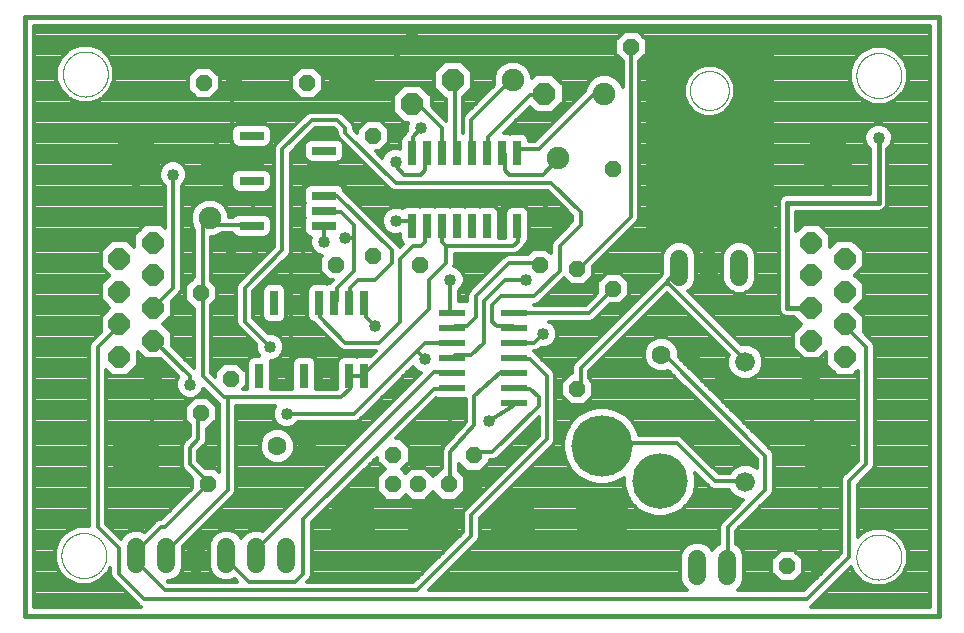
<source format=gtl>
G75*
%MOIN*%
%OFA0B0*%
%FSLAX25Y25*%
%IPPOS*%
%LPD*%
%AMOC8*
5,1,8,0,0,1.08239X$1,22.5*
%
%ADD10C,0.00000*%
%ADD11C,0.01600*%
%ADD12OC8,0.06300*%
%ADD13C,0.06300*%
%ADD14OC8,0.05200*%
%ADD15R,0.02600X0.08000*%
%ADD16C,0.05937*%
%ADD17C,0.15748*%
%ADD18OC8,0.05600*%
%ADD19C,0.17716*%
%ADD20R,0.08661X0.02362*%
%ADD21C,0.18504*%
%ADD22C,0.20472*%
%ADD23C,0.06600*%
%ADD24C,0.06000*%
%ADD25R,0.08000X0.02600*%
%ADD26C,0.07500*%
%ADD27OC8,0.07500*%
%ADD28OC8,0.07050*%
%ADD29C,0.16750*%
%ADD30C,0.01400*%
%ADD31C,0.04000*%
D10*
X0017500Y0022500D02*
X0017502Y0022684D01*
X0017509Y0022868D01*
X0017520Y0023052D01*
X0017536Y0023235D01*
X0017556Y0023418D01*
X0017581Y0023600D01*
X0017610Y0023782D01*
X0017644Y0023963D01*
X0017682Y0024143D01*
X0017725Y0024322D01*
X0017772Y0024500D01*
X0017823Y0024677D01*
X0017879Y0024853D01*
X0017938Y0025027D01*
X0018003Y0025199D01*
X0018071Y0025370D01*
X0018143Y0025539D01*
X0018220Y0025707D01*
X0018301Y0025872D01*
X0018386Y0026035D01*
X0018474Y0026197D01*
X0018567Y0026356D01*
X0018664Y0026512D01*
X0018764Y0026667D01*
X0018868Y0026819D01*
X0018976Y0026968D01*
X0019087Y0027114D01*
X0019202Y0027258D01*
X0019321Y0027399D01*
X0019443Y0027537D01*
X0019568Y0027672D01*
X0019697Y0027803D01*
X0019828Y0027932D01*
X0019963Y0028057D01*
X0020101Y0028179D01*
X0020242Y0028298D01*
X0020386Y0028413D01*
X0020532Y0028524D01*
X0020681Y0028632D01*
X0020833Y0028736D01*
X0020988Y0028836D01*
X0021144Y0028933D01*
X0021303Y0029026D01*
X0021465Y0029114D01*
X0021628Y0029199D01*
X0021793Y0029280D01*
X0021961Y0029357D01*
X0022130Y0029429D01*
X0022301Y0029497D01*
X0022473Y0029562D01*
X0022647Y0029621D01*
X0022823Y0029677D01*
X0023000Y0029728D01*
X0023178Y0029775D01*
X0023357Y0029818D01*
X0023537Y0029856D01*
X0023718Y0029890D01*
X0023900Y0029919D01*
X0024082Y0029944D01*
X0024265Y0029964D01*
X0024448Y0029980D01*
X0024632Y0029991D01*
X0024816Y0029998D01*
X0025000Y0030000D01*
X0025184Y0029998D01*
X0025368Y0029991D01*
X0025552Y0029980D01*
X0025735Y0029964D01*
X0025918Y0029944D01*
X0026100Y0029919D01*
X0026282Y0029890D01*
X0026463Y0029856D01*
X0026643Y0029818D01*
X0026822Y0029775D01*
X0027000Y0029728D01*
X0027177Y0029677D01*
X0027353Y0029621D01*
X0027527Y0029562D01*
X0027699Y0029497D01*
X0027870Y0029429D01*
X0028039Y0029357D01*
X0028207Y0029280D01*
X0028372Y0029199D01*
X0028535Y0029114D01*
X0028697Y0029026D01*
X0028856Y0028933D01*
X0029012Y0028836D01*
X0029167Y0028736D01*
X0029319Y0028632D01*
X0029468Y0028524D01*
X0029614Y0028413D01*
X0029758Y0028298D01*
X0029899Y0028179D01*
X0030037Y0028057D01*
X0030172Y0027932D01*
X0030303Y0027803D01*
X0030432Y0027672D01*
X0030557Y0027537D01*
X0030679Y0027399D01*
X0030798Y0027258D01*
X0030913Y0027114D01*
X0031024Y0026968D01*
X0031132Y0026819D01*
X0031236Y0026667D01*
X0031336Y0026512D01*
X0031433Y0026356D01*
X0031526Y0026197D01*
X0031614Y0026035D01*
X0031699Y0025872D01*
X0031780Y0025707D01*
X0031857Y0025539D01*
X0031929Y0025370D01*
X0031997Y0025199D01*
X0032062Y0025027D01*
X0032121Y0024853D01*
X0032177Y0024677D01*
X0032228Y0024500D01*
X0032275Y0024322D01*
X0032318Y0024143D01*
X0032356Y0023963D01*
X0032390Y0023782D01*
X0032419Y0023600D01*
X0032444Y0023418D01*
X0032464Y0023235D01*
X0032480Y0023052D01*
X0032491Y0022868D01*
X0032498Y0022684D01*
X0032500Y0022500D01*
X0032498Y0022316D01*
X0032491Y0022132D01*
X0032480Y0021948D01*
X0032464Y0021765D01*
X0032444Y0021582D01*
X0032419Y0021400D01*
X0032390Y0021218D01*
X0032356Y0021037D01*
X0032318Y0020857D01*
X0032275Y0020678D01*
X0032228Y0020500D01*
X0032177Y0020323D01*
X0032121Y0020147D01*
X0032062Y0019973D01*
X0031997Y0019801D01*
X0031929Y0019630D01*
X0031857Y0019461D01*
X0031780Y0019293D01*
X0031699Y0019128D01*
X0031614Y0018965D01*
X0031526Y0018803D01*
X0031433Y0018644D01*
X0031336Y0018488D01*
X0031236Y0018333D01*
X0031132Y0018181D01*
X0031024Y0018032D01*
X0030913Y0017886D01*
X0030798Y0017742D01*
X0030679Y0017601D01*
X0030557Y0017463D01*
X0030432Y0017328D01*
X0030303Y0017197D01*
X0030172Y0017068D01*
X0030037Y0016943D01*
X0029899Y0016821D01*
X0029758Y0016702D01*
X0029614Y0016587D01*
X0029468Y0016476D01*
X0029319Y0016368D01*
X0029167Y0016264D01*
X0029012Y0016164D01*
X0028856Y0016067D01*
X0028697Y0015974D01*
X0028535Y0015886D01*
X0028372Y0015801D01*
X0028207Y0015720D01*
X0028039Y0015643D01*
X0027870Y0015571D01*
X0027699Y0015503D01*
X0027527Y0015438D01*
X0027353Y0015379D01*
X0027177Y0015323D01*
X0027000Y0015272D01*
X0026822Y0015225D01*
X0026643Y0015182D01*
X0026463Y0015144D01*
X0026282Y0015110D01*
X0026100Y0015081D01*
X0025918Y0015056D01*
X0025735Y0015036D01*
X0025552Y0015020D01*
X0025368Y0015009D01*
X0025184Y0015002D01*
X0025000Y0015000D01*
X0024816Y0015002D01*
X0024632Y0015009D01*
X0024448Y0015020D01*
X0024265Y0015036D01*
X0024082Y0015056D01*
X0023900Y0015081D01*
X0023718Y0015110D01*
X0023537Y0015144D01*
X0023357Y0015182D01*
X0023178Y0015225D01*
X0023000Y0015272D01*
X0022823Y0015323D01*
X0022647Y0015379D01*
X0022473Y0015438D01*
X0022301Y0015503D01*
X0022130Y0015571D01*
X0021961Y0015643D01*
X0021793Y0015720D01*
X0021628Y0015801D01*
X0021465Y0015886D01*
X0021303Y0015974D01*
X0021144Y0016067D01*
X0020988Y0016164D01*
X0020833Y0016264D01*
X0020681Y0016368D01*
X0020532Y0016476D01*
X0020386Y0016587D01*
X0020242Y0016702D01*
X0020101Y0016821D01*
X0019963Y0016943D01*
X0019828Y0017068D01*
X0019697Y0017197D01*
X0019568Y0017328D01*
X0019443Y0017463D01*
X0019321Y0017601D01*
X0019202Y0017742D01*
X0019087Y0017886D01*
X0018976Y0018032D01*
X0018868Y0018181D01*
X0018764Y0018333D01*
X0018664Y0018488D01*
X0018567Y0018644D01*
X0018474Y0018803D01*
X0018386Y0018965D01*
X0018301Y0019128D01*
X0018220Y0019293D01*
X0018143Y0019461D01*
X0018071Y0019630D01*
X0018003Y0019801D01*
X0017938Y0019973D01*
X0017879Y0020147D01*
X0017823Y0020323D01*
X0017772Y0020500D01*
X0017725Y0020678D01*
X0017682Y0020857D01*
X0017644Y0021037D01*
X0017610Y0021218D01*
X0017581Y0021400D01*
X0017556Y0021582D01*
X0017536Y0021765D01*
X0017520Y0021948D01*
X0017509Y0022132D01*
X0017502Y0022316D01*
X0017500Y0022500D01*
X0227000Y0177500D02*
X0227002Y0177661D01*
X0227008Y0177821D01*
X0227018Y0177982D01*
X0227032Y0178142D01*
X0227050Y0178302D01*
X0227071Y0178461D01*
X0227097Y0178620D01*
X0227127Y0178778D01*
X0227160Y0178935D01*
X0227198Y0179092D01*
X0227239Y0179247D01*
X0227284Y0179401D01*
X0227333Y0179554D01*
X0227386Y0179706D01*
X0227442Y0179857D01*
X0227503Y0180006D01*
X0227566Y0180154D01*
X0227634Y0180300D01*
X0227705Y0180444D01*
X0227779Y0180586D01*
X0227857Y0180727D01*
X0227939Y0180865D01*
X0228024Y0181002D01*
X0228112Y0181136D01*
X0228204Y0181268D01*
X0228299Y0181398D01*
X0228397Y0181526D01*
X0228498Y0181651D01*
X0228602Y0181773D01*
X0228709Y0181893D01*
X0228819Y0182010D01*
X0228932Y0182125D01*
X0229048Y0182236D01*
X0229167Y0182345D01*
X0229288Y0182450D01*
X0229412Y0182553D01*
X0229538Y0182653D01*
X0229666Y0182749D01*
X0229797Y0182842D01*
X0229931Y0182932D01*
X0230066Y0183019D01*
X0230204Y0183102D01*
X0230343Y0183182D01*
X0230485Y0183258D01*
X0230628Y0183331D01*
X0230773Y0183400D01*
X0230920Y0183466D01*
X0231068Y0183528D01*
X0231218Y0183586D01*
X0231369Y0183641D01*
X0231522Y0183692D01*
X0231676Y0183739D01*
X0231831Y0183782D01*
X0231987Y0183821D01*
X0232143Y0183857D01*
X0232301Y0183888D01*
X0232459Y0183916D01*
X0232618Y0183940D01*
X0232778Y0183960D01*
X0232938Y0183976D01*
X0233098Y0183988D01*
X0233259Y0183996D01*
X0233420Y0184000D01*
X0233580Y0184000D01*
X0233741Y0183996D01*
X0233902Y0183988D01*
X0234062Y0183976D01*
X0234222Y0183960D01*
X0234382Y0183940D01*
X0234541Y0183916D01*
X0234699Y0183888D01*
X0234857Y0183857D01*
X0235013Y0183821D01*
X0235169Y0183782D01*
X0235324Y0183739D01*
X0235478Y0183692D01*
X0235631Y0183641D01*
X0235782Y0183586D01*
X0235932Y0183528D01*
X0236080Y0183466D01*
X0236227Y0183400D01*
X0236372Y0183331D01*
X0236515Y0183258D01*
X0236657Y0183182D01*
X0236796Y0183102D01*
X0236934Y0183019D01*
X0237069Y0182932D01*
X0237203Y0182842D01*
X0237334Y0182749D01*
X0237462Y0182653D01*
X0237588Y0182553D01*
X0237712Y0182450D01*
X0237833Y0182345D01*
X0237952Y0182236D01*
X0238068Y0182125D01*
X0238181Y0182010D01*
X0238291Y0181893D01*
X0238398Y0181773D01*
X0238502Y0181651D01*
X0238603Y0181526D01*
X0238701Y0181398D01*
X0238796Y0181268D01*
X0238888Y0181136D01*
X0238976Y0181002D01*
X0239061Y0180865D01*
X0239143Y0180727D01*
X0239221Y0180586D01*
X0239295Y0180444D01*
X0239366Y0180300D01*
X0239434Y0180154D01*
X0239497Y0180006D01*
X0239558Y0179857D01*
X0239614Y0179706D01*
X0239667Y0179554D01*
X0239716Y0179401D01*
X0239761Y0179247D01*
X0239802Y0179092D01*
X0239840Y0178935D01*
X0239873Y0178778D01*
X0239903Y0178620D01*
X0239929Y0178461D01*
X0239950Y0178302D01*
X0239968Y0178142D01*
X0239982Y0177982D01*
X0239992Y0177821D01*
X0239998Y0177661D01*
X0240000Y0177500D01*
X0239998Y0177339D01*
X0239992Y0177179D01*
X0239982Y0177018D01*
X0239968Y0176858D01*
X0239950Y0176698D01*
X0239929Y0176539D01*
X0239903Y0176380D01*
X0239873Y0176222D01*
X0239840Y0176065D01*
X0239802Y0175908D01*
X0239761Y0175753D01*
X0239716Y0175599D01*
X0239667Y0175446D01*
X0239614Y0175294D01*
X0239558Y0175143D01*
X0239497Y0174994D01*
X0239434Y0174846D01*
X0239366Y0174700D01*
X0239295Y0174556D01*
X0239221Y0174414D01*
X0239143Y0174273D01*
X0239061Y0174135D01*
X0238976Y0173998D01*
X0238888Y0173864D01*
X0238796Y0173732D01*
X0238701Y0173602D01*
X0238603Y0173474D01*
X0238502Y0173349D01*
X0238398Y0173227D01*
X0238291Y0173107D01*
X0238181Y0172990D01*
X0238068Y0172875D01*
X0237952Y0172764D01*
X0237833Y0172655D01*
X0237712Y0172550D01*
X0237588Y0172447D01*
X0237462Y0172347D01*
X0237334Y0172251D01*
X0237203Y0172158D01*
X0237069Y0172068D01*
X0236934Y0171981D01*
X0236796Y0171898D01*
X0236657Y0171818D01*
X0236515Y0171742D01*
X0236372Y0171669D01*
X0236227Y0171600D01*
X0236080Y0171534D01*
X0235932Y0171472D01*
X0235782Y0171414D01*
X0235631Y0171359D01*
X0235478Y0171308D01*
X0235324Y0171261D01*
X0235169Y0171218D01*
X0235013Y0171179D01*
X0234857Y0171143D01*
X0234699Y0171112D01*
X0234541Y0171084D01*
X0234382Y0171060D01*
X0234222Y0171040D01*
X0234062Y0171024D01*
X0233902Y0171012D01*
X0233741Y0171004D01*
X0233580Y0171000D01*
X0233420Y0171000D01*
X0233259Y0171004D01*
X0233098Y0171012D01*
X0232938Y0171024D01*
X0232778Y0171040D01*
X0232618Y0171060D01*
X0232459Y0171084D01*
X0232301Y0171112D01*
X0232143Y0171143D01*
X0231987Y0171179D01*
X0231831Y0171218D01*
X0231676Y0171261D01*
X0231522Y0171308D01*
X0231369Y0171359D01*
X0231218Y0171414D01*
X0231068Y0171472D01*
X0230920Y0171534D01*
X0230773Y0171600D01*
X0230628Y0171669D01*
X0230485Y0171742D01*
X0230343Y0171818D01*
X0230204Y0171898D01*
X0230066Y0171981D01*
X0229931Y0172068D01*
X0229797Y0172158D01*
X0229666Y0172251D01*
X0229538Y0172347D01*
X0229412Y0172447D01*
X0229288Y0172550D01*
X0229167Y0172655D01*
X0229048Y0172764D01*
X0228932Y0172875D01*
X0228819Y0172990D01*
X0228709Y0173107D01*
X0228602Y0173227D01*
X0228498Y0173349D01*
X0228397Y0173474D01*
X0228299Y0173602D01*
X0228204Y0173732D01*
X0228112Y0173864D01*
X0228024Y0173998D01*
X0227939Y0174135D01*
X0227857Y0174273D01*
X0227779Y0174414D01*
X0227705Y0174556D01*
X0227634Y0174700D01*
X0227566Y0174846D01*
X0227503Y0174994D01*
X0227442Y0175143D01*
X0227386Y0175294D01*
X0227333Y0175446D01*
X0227284Y0175599D01*
X0227239Y0175753D01*
X0227198Y0175908D01*
X0227160Y0176065D01*
X0227127Y0176222D01*
X0227097Y0176380D01*
X0227071Y0176539D01*
X0227050Y0176698D01*
X0227032Y0176858D01*
X0227018Y0177018D01*
X0227008Y0177179D01*
X0227002Y0177339D01*
X0227000Y0177500D01*
X0282500Y0182500D02*
X0282502Y0182684D01*
X0282509Y0182868D01*
X0282520Y0183052D01*
X0282536Y0183235D01*
X0282556Y0183418D01*
X0282581Y0183600D01*
X0282610Y0183782D01*
X0282644Y0183963D01*
X0282682Y0184143D01*
X0282725Y0184322D01*
X0282772Y0184500D01*
X0282823Y0184677D01*
X0282879Y0184853D01*
X0282938Y0185027D01*
X0283003Y0185199D01*
X0283071Y0185370D01*
X0283143Y0185539D01*
X0283220Y0185707D01*
X0283301Y0185872D01*
X0283386Y0186035D01*
X0283474Y0186197D01*
X0283567Y0186356D01*
X0283664Y0186512D01*
X0283764Y0186667D01*
X0283868Y0186819D01*
X0283976Y0186968D01*
X0284087Y0187114D01*
X0284202Y0187258D01*
X0284321Y0187399D01*
X0284443Y0187537D01*
X0284568Y0187672D01*
X0284697Y0187803D01*
X0284828Y0187932D01*
X0284963Y0188057D01*
X0285101Y0188179D01*
X0285242Y0188298D01*
X0285386Y0188413D01*
X0285532Y0188524D01*
X0285681Y0188632D01*
X0285833Y0188736D01*
X0285988Y0188836D01*
X0286144Y0188933D01*
X0286303Y0189026D01*
X0286465Y0189114D01*
X0286628Y0189199D01*
X0286793Y0189280D01*
X0286961Y0189357D01*
X0287130Y0189429D01*
X0287301Y0189497D01*
X0287473Y0189562D01*
X0287647Y0189621D01*
X0287823Y0189677D01*
X0288000Y0189728D01*
X0288178Y0189775D01*
X0288357Y0189818D01*
X0288537Y0189856D01*
X0288718Y0189890D01*
X0288900Y0189919D01*
X0289082Y0189944D01*
X0289265Y0189964D01*
X0289448Y0189980D01*
X0289632Y0189991D01*
X0289816Y0189998D01*
X0290000Y0190000D01*
X0290184Y0189998D01*
X0290368Y0189991D01*
X0290552Y0189980D01*
X0290735Y0189964D01*
X0290918Y0189944D01*
X0291100Y0189919D01*
X0291282Y0189890D01*
X0291463Y0189856D01*
X0291643Y0189818D01*
X0291822Y0189775D01*
X0292000Y0189728D01*
X0292177Y0189677D01*
X0292353Y0189621D01*
X0292527Y0189562D01*
X0292699Y0189497D01*
X0292870Y0189429D01*
X0293039Y0189357D01*
X0293207Y0189280D01*
X0293372Y0189199D01*
X0293535Y0189114D01*
X0293697Y0189026D01*
X0293856Y0188933D01*
X0294012Y0188836D01*
X0294167Y0188736D01*
X0294319Y0188632D01*
X0294468Y0188524D01*
X0294614Y0188413D01*
X0294758Y0188298D01*
X0294899Y0188179D01*
X0295037Y0188057D01*
X0295172Y0187932D01*
X0295303Y0187803D01*
X0295432Y0187672D01*
X0295557Y0187537D01*
X0295679Y0187399D01*
X0295798Y0187258D01*
X0295913Y0187114D01*
X0296024Y0186968D01*
X0296132Y0186819D01*
X0296236Y0186667D01*
X0296336Y0186512D01*
X0296433Y0186356D01*
X0296526Y0186197D01*
X0296614Y0186035D01*
X0296699Y0185872D01*
X0296780Y0185707D01*
X0296857Y0185539D01*
X0296929Y0185370D01*
X0296997Y0185199D01*
X0297062Y0185027D01*
X0297121Y0184853D01*
X0297177Y0184677D01*
X0297228Y0184500D01*
X0297275Y0184322D01*
X0297318Y0184143D01*
X0297356Y0183963D01*
X0297390Y0183782D01*
X0297419Y0183600D01*
X0297444Y0183418D01*
X0297464Y0183235D01*
X0297480Y0183052D01*
X0297491Y0182868D01*
X0297498Y0182684D01*
X0297500Y0182500D01*
X0297498Y0182316D01*
X0297491Y0182132D01*
X0297480Y0181948D01*
X0297464Y0181765D01*
X0297444Y0181582D01*
X0297419Y0181400D01*
X0297390Y0181218D01*
X0297356Y0181037D01*
X0297318Y0180857D01*
X0297275Y0180678D01*
X0297228Y0180500D01*
X0297177Y0180323D01*
X0297121Y0180147D01*
X0297062Y0179973D01*
X0296997Y0179801D01*
X0296929Y0179630D01*
X0296857Y0179461D01*
X0296780Y0179293D01*
X0296699Y0179128D01*
X0296614Y0178965D01*
X0296526Y0178803D01*
X0296433Y0178644D01*
X0296336Y0178488D01*
X0296236Y0178333D01*
X0296132Y0178181D01*
X0296024Y0178032D01*
X0295913Y0177886D01*
X0295798Y0177742D01*
X0295679Y0177601D01*
X0295557Y0177463D01*
X0295432Y0177328D01*
X0295303Y0177197D01*
X0295172Y0177068D01*
X0295037Y0176943D01*
X0294899Y0176821D01*
X0294758Y0176702D01*
X0294614Y0176587D01*
X0294468Y0176476D01*
X0294319Y0176368D01*
X0294167Y0176264D01*
X0294012Y0176164D01*
X0293856Y0176067D01*
X0293697Y0175974D01*
X0293535Y0175886D01*
X0293372Y0175801D01*
X0293207Y0175720D01*
X0293039Y0175643D01*
X0292870Y0175571D01*
X0292699Y0175503D01*
X0292527Y0175438D01*
X0292353Y0175379D01*
X0292177Y0175323D01*
X0292000Y0175272D01*
X0291822Y0175225D01*
X0291643Y0175182D01*
X0291463Y0175144D01*
X0291282Y0175110D01*
X0291100Y0175081D01*
X0290918Y0175056D01*
X0290735Y0175036D01*
X0290552Y0175020D01*
X0290368Y0175009D01*
X0290184Y0175002D01*
X0290000Y0175000D01*
X0289816Y0175002D01*
X0289632Y0175009D01*
X0289448Y0175020D01*
X0289265Y0175036D01*
X0289082Y0175056D01*
X0288900Y0175081D01*
X0288718Y0175110D01*
X0288537Y0175144D01*
X0288357Y0175182D01*
X0288178Y0175225D01*
X0288000Y0175272D01*
X0287823Y0175323D01*
X0287647Y0175379D01*
X0287473Y0175438D01*
X0287301Y0175503D01*
X0287130Y0175571D01*
X0286961Y0175643D01*
X0286793Y0175720D01*
X0286628Y0175801D01*
X0286465Y0175886D01*
X0286303Y0175974D01*
X0286144Y0176067D01*
X0285988Y0176164D01*
X0285833Y0176264D01*
X0285681Y0176368D01*
X0285532Y0176476D01*
X0285386Y0176587D01*
X0285242Y0176702D01*
X0285101Y0176821D01*
X0284963Y0176943D01*
X0284828Y0177068D01*
X0284697Y0177197D01*
X0284568Y0177328D01*
X0284443Y0177463D01*
X0284321Y0177601D01*
X0284202Y0177742D01*
X0284087Y0177886D01*
X0283976Y0178032D01*
X0283868Y0178181D01*
X0283764Y0178333D01*
X0283664Y0178488D01*
X0283567Y0178644D01*
X0283474Y0178803D01*
X0283386Y0178965D01*
X0283301Y0179128D01*
X0283220Y0179293D01*
X0283143Y0179461D01*
X0283071Y0179630D01*
X0283003Y0179801D01*
X0282938Y0179973D01*
X0282879Y0180147D01*
X0282823Y0180323D01*
X0282772Y0180500D01*
X0282725Y0180678D01*
X0282682Y0180857D01*
X0282644Y0181037D01*
X0282610Y0181218D01*
X0282581Y0181400D01*
X0282556Y0181582D01*
X0282536Y0181765D01*
X0282520Y0181948D01*
X0282509Y0182132D01*
X0282502Y0182316D01*
X0282500Y0182500D01*
X0282500Y0022000D02*
X0282502Y0022184D01*
X0282509Y0022368D01*
X0282520Y0022552D01*
X0282536Y0022735D01*
X0282556Y0022918D01*
X0282581Y0023100D01*
X0282610Y0023282D01*
X0282644Y0023463D01*
X0282682Y0023643D01*
X0282725Y0023822D01*
X0282772Y0024000D01*
X0282823Y0024177D01*
X0282879Y0024353D01*
X0282938Y0024527D01*
X0283003Y0024699D01*
X0283071Y0024870D01*
X0283143Y0025039D01*
X0283220Y0025207D01*
X0283301Y0025372D01*
X0283386Y0025535D01*
X0283474Y0025697D01*
X0283567Y0025856D01*
X0283664Y0026012D01*
X0283764Y0026167D01*
X0283868Y0026319D01*
X0283976Y0026468D01*
X0284087Y0026614D01*
X0284202Y0026758D01*
X0284321Y0026899D01*
X0284443Y0027037D01*
X0284568Y0027172D01*
X0284697Y0027303D01*
X0284828Y0027432D01*
X0284963Y0027557D01*
X0285101Y0027679D01*
X0285242Y0027798D01*
X0285386Y0027913D01*
X0285532Y0028024D01*
X0285681Y0028132D01*
X0285833Y0028236D01*
X0285988Y0028336D01*
X0286144Y0028433D01*
X0286303Y0028526D01*
X0286465Y0028614D01*
X0286628Y0028699D01*
X0286793Y0028780D01*
X0286961Y0028857D01*
X0287130Y0028929D01*
X0287301Y0028997D01*
X0287473Y0029062D01*
X0287647Y0029121D01*
X0287823Y0029177D01*
X0288000Y0029228D01*
X0288178Y0029275D01*
X0288357Y0029318D01*
X0288537Y0029356D01*
X0288718Y0029390D01*
X0288900Y0029419D01*
X0289082Y0029444D01*
X0289265Y0029464D01*
X0289448Y0029480D01*
X0289632Y0029491D01*
X0289816Y0029498D01*
X0290000Y0029500D01*
X0290184Y0029498D01*
X0290368Y0029491D01*
X0290552Y0029480D01*
X0290735Y0029464D01*
X0290918Y0029444D01*
X0291100Y0029419D01*
X0291282Y0029390D01*
X0291463Y0029356D01*
X0291643Y0029318D01*
X0291822Y0029275D01*
X0292000Y0029228D01*
X0292177Y0029177D01*
X0292353Y0029121D01*
X0292527Y0029062D01*
X0292699Y0028997D01*
X0292870Y0028929D01*
X0293039Y0028857D01*
X0293207Y0028780D01*
X0293372Y0028699D01*
X0293535Y0028614D01*
X0293697Y0028526D01*
X0293856Y0028433D01*
X0294012Y0028336D01*
X0294167Y0028236D01*
X0294319Y0028132D01*
X0294468Y0028024D01*
X0294614Y0027913D01*
X0294758Y0027798D01*
X0294899Y0027679D01*
X0295037Y0027557D01*
X0295172Y0027432D01*
X0295303Y0027303D01*
X0295432Y0027172D01*
X0295557Y0027037D01*
X0295679Y0026899D01*
X0295798Y0026758D01*
X0295913Y0026614D01*
X0296024Y0026468D01*
X0296132Y0026319D01*
X0296236Y0026167D01*
X0296336Y0026012D01*
X0296433Y0025856D01*
X0296526Y0025697D01*
X0296614Y0025535D01*
X0296699Y0025372D01*
X0296780Y0025207D01*
X0296857Y0025039D01*
X0296929Y0024870D01*
X0296997Y0024699D01*
X0297062Y0024527D01*
X0297121Y0024353D01*
X0297177Y0024177D01*
X0297228Y0024000D01*
X0297275Y0023822D01*
X0297318Y0023643D01*
X0297356Y0023463D01*
X0297390Y0023282D01*
X0297419Y0023100D01*
X0297444Y0022918D01*
X0297464Y0022735D01*
X0297480Y0022552D01*
X0297491Y0022368D01*
X0297498Y0022184D01*
X0297500Y0022000D01*
X0297498Y0021816D01*
X0297491Y0021632D01*
X0297480Y0021448D01*
X0297464Y0021265D01*
X0297444Y0021082D01*
X0297419Y0020900D01*
X0297390Y0020718D01*
X0297356Y0020537D01*
X0297318Y0020357D01*
X0297275Y0020178D01*
X0297228Y0020000D01*
X0297177Y0019823D01*
X0297121Y0019647D01*
X0297062Y0019473D01*
X0296997Y0019301D01*
X0296929Y0019130D01*
X0296857Y0018961D01*
X0296780Y0018793D01*
X0296699Y0018628D01*
X0296614Y0018465D01*
X0296526Y0018303D01*
X0296433Y0018144D01*
X0296336Y0017988D01*
X0296236Y0017833D01*
X0296132Y0017681D01*
X0296024Y0017532D01*
X0295913Y0017386D01*
X0295798Y0017242D01*
X0295679Y0017101D01*
X0295557Y0016963D01*
X0295432Y0016828D01*
X0295303Y0016697D01*
X0295172Y0016568D01*
X0295037Y0016443D01*
X0294899Y0016321D01*
X0294758Y0016202D01*
X0294614Y0016087D01*
X0294468Y0015976D01*
X0294319Y0015868D01*
X0294167Y0015764D01*
X0294012Y0015664D01*
X0293856Y0015567D01*
X0293697Y0015474D01*
X0293535Y0015386D01*
X0293372Y0015301D01*
X0293207Y0015220D01*
X0293039Y0015143D01*
X0292870Y0015071D01*
X0292699Y0015003D01*
X0292527Y0014938D01*
X0292353Y0014879D01*
X0292177Y0014823D01*
X0292000Y0014772D01*
X0291822Y0014725D01*
X0291643Y0014682D01*
X0291463Y0014644D01*
X0291282Y0014610D01*
X0291100Y0014581D01*
X0290918Y0014556D01*
X0290735Y0014536D01*
X0290552Y0014520D01*
X0290368Y0014509D01*
X0290184Y0014502D01*
X0290000Y0014500D01*
X0289816Y0014502D01*
X0289632Y0014509D01*
X0289448Y0014520D01*
X0289265Y0014536D01*
X0289082Y0014556D01*
X0288900Y0014581D01*
X0288718Y0014610D01*
X0288537Y0014644D01*
X0288357Y0014682D01*
X0288178Y0014725D01*
X0288000Y0014772D01*
X0287823Y0014823D01*
X0287647Y0014879D01*
X0287473Y0014938D01*
X0287301Y0015003D01*
X0287130Y0015071D01*
X0286961Y0015143D01*
X0286793Y0015220D01*
X0286628Y0015301D01*
X0286465Y0015386D01*
X0286303Y0015474D01*
X0286144Y0015567D01*
X0285988Y0015664D01*
X0285833Y0015764D01*
X0285681Y0015868D01*
X0285532Y0015976D01*
X0285386Y0016087D01*
X0285242Y0016202D01*
X0285101Y0016321D01*
X0284963Y0016443D01*
X0284828Y0016568D01*
X0284697Y0016697D01*
X0284568Y0016828D01*
X0284443Y0016963D01*
X0284321Y0017101D01*
X0284202Y0017242D01*
X0284087Y0017386D01*
X0283976Y0017532D01*
X0283868Y0017681D01*
X0283764Y0017833D01*
X0283664Y0017988D01*
X0283567Y0018144D01*
X0283474Y0018303D01*
X0283386Y0018465D01*
X0283301Y0018628D01*
X0283220Y0018793D01*
X0283143Y0018961D01*
X0283071Y0019130D01*
X0283003Y0019301D01*
X0282938Y0019473D01*
X0282879Y0019647D01*
X0282823Y0019823D01*
X0282772Y0020000D01*
X0282725Y0020178D01*
X0282682Y0020357D01*
X0282644Y0020537D01*
X0282610Y0020718D01*
X0282581Y0020900D01*
X0282556Y0021082D01*
X0282536Y0021265D01*
X0282520Y0021448D01*
X0282509Y0021632D01*
X0282502Y0021816D01*
X0282500Y0022000D01*
X0018000Y0183000D02*
X0018002Y0183184D01*
X0018009Y0183368D01*
X0018020Y0183552D01*
X0018036Y0183735D01*
X0018056Y0183918D01*
X0018081Y0184100D01*
X0018110Y0184282D01*
X0018144Y0184463D01*
X0018182Y0184643D01*
X0018225Y0184822D01*
X0018272Y0185000D01*
X0018323Y0185177D01*
X0018379Y0185353D01*
X0018438Y0185527D01*
X0018503Y0185699D01*
X0018571Y0185870D01*
X0018643Y0186039D01*
X0018720Y0186207D01*
X0018801Y0186372D01*
X0018886Y0186535D01*
X0018974Y0186697D01*
X0019067Y0186856D01*
X0019164Y0187012D01*
X0019264Y0187167D01*
X0019368Y0187319D01*
X0019476Y0187468D01*
X0019587Y0187614D01*
X0019702Y0187758D01*
X0019821Y0187899D01*
X0019943Y0188037D01*
X0020068Y0188172D01*
X0020197Y0188303D01*
X0020328Y0188432D01*
X0020463Y0188557D01*
X0020601Y0188679D01*
X0020742Y0188798D01*
X0020886Y0188913D01*
X0021032Y0189024D01*
X0021181Y0189132D01*
X0021333Y0189236D01*
X0021488Y0189336D01*
X0021644Y0189433D01*
X0021803Y0189526D01*
X0021965Y0189614D01*
X0022128Y0189699D01*
X0022293Y0189780D01*
X0022461Y0189857D01*
X0022630Y0189929D01*
X0022801Y0189997D01*
X0022973Y0190062D01*
X0023147Y0190121D01*
X0023323Y0190177D01*
X0023500Y0190228D01*
X0023678Y0190275D01*
X0023857Y0190318D01*
X0024037Y0190356D01*
X0024218Y0190390D01*
X0024400Y0190419D01*
X0024582Y0190444D01*
X0024765Y0190464D01*
X0024948Y0190480D01*
X0025132Y0190491D01*
X0025316Y0190498D01*
X0025500Y0190500D01*
X0025684Y0190498D01*
X0025868Y0190491D01*
X0026052Y0190480D01*
X0026235Y0190464D01*
X0026418Y0190444D01*
X0026600Y0190419D01*
X0026782Y0190390D01*
X0026963Y0190356D01*
X0027143Y0190318D01*
X0027322Y0190275D01*
X0027500Y0190228D01*
X0027677Y0190177D01*
X0027853Y0190121D01*
X0028027Y0190062D01*
X0028199Y0189997D01*
X0028370Y0189929D01*
X0028539Y0189857D01*
X0028707Y0189780D01*
X0028872Y0189699D01*
X0029035Y0189614D01*
X0029197Y0189526D01*
X0029356Y0189433D01*
X0029512Y0189336D01*
X0029667Y0189236D01*
X0029819Y0189132D01*
X0029968Y0189024D01*
X0030114Y0188913D01*
X0030258Y0188798D01*
X0030399Y0188679D01*
X0030537Y0188557D01*
X0030672Y0188432D01*
X0030803Y0188303D01*
X0030932Y0188172D01*
X0031057Y0188037D01*
X0031179Y0187899D01*
X0031298Y0187758D01*
X0031413Y0187614D01*
X0031524Y0187468D01*
X0031632Y0187319D01*
X0031736Y0187167D01*
X0031836Y0187012D01*
X0031933Y0186856D01*
X0032026Y0186697D01*
X0032114Y0186535D01*
X0032199Y0186372D01*
X0032280Y0186207D01*
X0032357Y0186039D01*
X0032429Y0185870D01*
X0032497Y0185699D01*
X0032562Y0185527D01*
X0032621Y0185353D01*
X0032677Y0185177D01*
X0032728Y0185000D01*
X0032775Y0184822D01*
X0032818Y0184643D01*
X0032856Y0184463D01*
X0032890Y0184282D01*
X0032919Y0184100D01*
X0032944Y0183918D01*
X0032964Y0183735D01*
X0032980Y0183552D01*
X0032991Y0183368D01*
X0032998Y0183184D01*
X0033000Y0183000D01*
X0032998Y0182816D01*
X0032991Y0182632D01*
X0032980Y0182448D01*
X0032964Y0182265D01*
X0032944Y0182082D01*
X0032919Y0181900D01*
X0032890Y0181718D01*
X0032856Y0181537D01*
X0032818Y0181357D01*
X0032775Y0181178D01*
X0032728Y0181000D01*
X0032677Y0180823D01*
X0032621Y0180647D01*
X0032562Y0180473D01*
X0032497Y0180301D01*
X0032429Y0180130D01*
X0032357Y0179961D01*
X0032280Y0179793D01*
X0032199Y0179628D01*
X0032114Y0179465D01*
X0032026Y0179303D01*
X0031933Y0179144D01*
X0031836Y0178988D01*
X0031736Y0178833D01*
X0031632Y0178681D01*
X0031524Y0178532D01*
X0031413Y0178386D01*
X0031298Y0178242D01*
X0031179Y0178101D01*
X0031057Y0177963D01*
X0030932Y0177828D01*
X0030803Y0177697D01*
X0030672Y0177568D01*
X0030537Y0177443D01*
X0030399Y0177321D01*
X0030258Y0177202D01*
X0030114Y0177087D01*
X0029968Y0176976D01*
X0029819Y0176868D01*
X0029667Y0176764D01*
X0029512Y0176664D01*
X0029356Y0176567D01*
X0029197Y0176474D01*
X0029035Y0176386D01*
X0028872Y0176301D01*
X0028707Y0176220D01*
X0028539Y0176143D01*
X0028370Y0176071D01*
X0028199Y0176003D01*
X0028027Y0175938D01*
X0027853Y0175879D01*
X0027677Y0175823D01*
X0027500Y0175772D01*
X0027322Y0175725D01*
X0027143Y0175682D01*
X0026963Y0175644D01*
X0026782Y0175610D01*
X0026600Y0175581D01*
X0026418Y0175556D01*
X0026235Y0175536D01*
X0026052Y0175520D01*
X0025868Y0175509D01*
X0025684Y0175502D01*
X0025500Y0175500D01*
X0025316Y0175502D01*
X0025132Y0175509D01*
X0024948Y0175520D01*
X0024765Y0175536D01*
X0024582Y0175556D01*
X0024400Y0175581D01*
X0024218Y0175610D01*
X0024037Y0175644D01*
X0023857Y0175682D01*
X0023678Y0175725D01*
X0023500Y0175772D01*
X0023323Y0175823D01*
X0023147Y0175879D01*
X0022973Y0175938D01*
X0022801Y0176003D01*
X0022630Y0176071D01*
X0022461Y0176143D01*
X0022293Y0176220D01*
X0022128Y0176301D01*
X0021965Y0176386D01*
X0021803Y0176474D01*
X0021644Y0176567D01*
X0021488Y0176664D01*
X0021333Y0176764D01*
X0021181Y0176868D01*
X0021032Y0176976D01*
X0020886Y0177087D01*
X0020742Y0177202D01*
X0020601Y0177321D01*
X0020463Y0177443D01*
X0020328Y0177568D01*
X0020197Y0177697D01*
X0020068Y0177828D01*
X0019943Y0177963D01*
X0019821Y0178101D01*
X0019702Y0178242D01*
X0019587Y0178386D01*
X0019476Y0178532D01*
X0019368Y0178681D01*
X0019264Y0178833D01*
X0019164Y0178988D01*
X0019067Y0179144D01*
X0018974Y0179303D01*
X0018886Y0179465D01*
X0018801Y0179628D01*
X0018720Y0179793D01*
X0018643Y0179961D01*
X0018571Y0180130D01*
X0018503Y0180301D01*
X0018438Y0180473D01*
X0018379Y0180647D01*
X0018323Y0180823D01*
X0018272Y0181000D01*
X0018225Y0181178D01*
X0018182Y0181357D01*
X0018144Y0181537D01*
X0018110Y0181718D01*
X0018081Y0181900D01*
X0018056Y0182082D01*
X0018036Y0182265D01*
X0018020Y0182448D01*
X0018009Y0182632D01*
X0018002Y0182816D01*
X0018000Y0183000D01*
D11*
X0005500Y0202000D02*
X0005500Y0002500D01*
X0310000Y0002500D01*
X0310000Y0202000D01*
X0005500Y0202000D01*
X0213000Y0191000D02*
X0213000Y0129000D01*
X0254000Y0129000D01*
X0254000Y0191000D01*
X0213000Y0191000D01*
X0213000Y0189526D02*
X0254000Y0189526D01*
X0254000Y0187927D02*
X0213000Y0187927D01*
X0213000Y0186329D02*
X0254000Y0186329D01*
X0254000Y0184730D02*
X0238715Y0184730D01*
X0238485Y0184960D02*
X0235250Y0186300D01*
X0231750Y0186300D01*
X0228515Y0184960D01*
X0226040Y0182485D01*
X0224700Y0179250D01*
X0224700Y0175750D01*
X0226040Y0172515D01*
X0228515Y0170040D01*
X0231750Y0168700D01*
X0235250Y0168700D01*
X0238485Y0170040D01*
X0240960Y0172515D01*
X0242300Y0175750D01*
X0242300Y0179250D01*
X0240960Y0182485D01*
X0238485Y0184960D01*
X0240313Y0183132D02*
X0254000Y0183132D01*
X0254000Y0181533D02*
X0241354Y0181533D01*
X0242017Y0179935D02*
X0254000Y0179935D01*
X0254000Y0178336D02*
X0242300Y0178336D01*
X0242300Y0176738D02*
X0254000Y0176738D01*
X0254000Y0175139D02*
X0242047Y0175139D01*
X0241385Y0173541D02*
X0254000Y0173541D01*
X0254000Y0171942D02*
X0240387Y0171942D01*
X0238789Y0170344D02*
X0254000Y0170344D01*
X0254000Y0168745D02*
X0235359Y0168745D01*
X0231640Y0168745D02*
X0213000Y0168745D01*
X0213000Y0167147D02*
X0254000Y0167147D01*
X0254000Y0165548D02*
X0213000Y0165548D01*
X0213000Y0163950D02*
X0254000Y0163950D01*
X0254000Y0162351D02*
X0213000Y0162351D01*
X0213000Y0160753D02*
X0254000Y0160753D01*
X0254000Y0159154D02*
X0213000Y0159154D01*
X0213000Y0157556D02*
X0254000Y0157556D01*
X0254000Y0155957D02*
X0213000Y0155957D01*
X0213000Y0154359D02*
X0254000Y0154359D01*
X0254000Y0152760D02*
X0213000Y0152760D01*
X0213000Y0151162D02*
X0254000Y0151162D01*
X0254000Y0149563D02*
X0213000Y0149563D01*
X0213000Y0147965D02*
X0254000Y0147965D01*
X0254000Y0146366D02*
X0213000Y0146366D01*
X0213000Y0144768D02*
X0254000Y0144768D01*
X0254000Y0143169D02*
X0213000Y0143169D01*
X0213000Y0141570D02*
X0254000Y0141570D01*
X0254000Y0139972D02*
X0213000Y0139972D01*
X0213000Y0138373D02*
X0254000Y0138373D01*
X0254000Y0136775D02*
X0213000Y0136775D01*
X0213000Y0135176D02*
X0254000Y0135176D01*
X0254000Y0133578D02*
X0213000Y0133578D01*
X0213000Y0131979D02*
X0254000Y0131979D01*
X0254000Y0130381D02*
X0213000Y0130381D01*
X0259500Y0140000D02*
X0259500Y0105000D01*
X0267495Y0105000D01*
X0259500Y0140000D02*
X0289900Y0140000D01*
X0289900Y0161700D01*
X0228211Y0170344D02*
X0213000Y0170344D01*
X0213000Y0171942D02*
X0226613Y0171942D01*
X0225615Y0173541D02*
X0213000Y0173541D01*
X0213000Y0175139D02*
X0224953Y0175139D01*
X0224700Y0176738D02*
X0213000Y0176738D01*
X0213000Y0178336D02*
X0224700Y0178336D01*
X0224983Y0179935D02*
X0213000Y0179935D01*
X0213000Y0181533D02*
X0225646Y0181533D01*
X0226687Y0183132D02*
X0213000Y0183132D01*
X0213000Y0184730D02*
X0228285Y0184730D01*
D12*
X0227500Y0089500D03*
X0099500Y0059000D03*
D13*
X0089500Y0059000D03*
X0217500Y0089500D03*
D14*
X0189500Y0078000D03*
X0201500Y0111500D03*
X0189500Y0118000D03*
X0177000Y0119500D03*
X0137000Y0119500D03*
X0121500Y0122500D03*
X0109000Y0119500D03*
X0099000Y0119500D03*
X0074000Y0121500D03*
X0064000Y0110000D03*
X0074000Y0081500D03*
X0064000Y0070000D03*
X0066500Y0056500D03*
X0066500Y0046500D03*
X0201500Y0151500D03*
X0207500Y0192000D03*
X0167500Y0192000D03*
X0121500Y0162500D03*
X0109500Y0180000D03*
X0099500Y0180000D03*
X0075000Y0180000D03*
X0065000Y0180000D03*
X0259500Y0019000D03*
X0269500Y0019000D03*
D15*
X0118500Y0082400D03*
X0113500Y0082400D03*
X0108500Y0082400D03*
X0103500Y0082400D03*
X0098500Y0082400D03*
X0093500Y0082400D03*
X0088500Y0082400D03*
X0083500Y0082400D03*
X0083500Y0106600D03*
X0088500Y0106600D03*
X0093500Y0106600D03*
X0098500Y0106600D03*
X0103500Y0106600D03*
X0108500Y0106600D03*
X0113500Y0106600D03*
X0118500Y0106600D03*
X0134500Y0132400D03*
X0139500Y0132400D03*
X0144500Y0132400D03*
X0149500Y0132400D03*
X0154500Y0132400D03*
X0159500Y0132400D03*
X0164500Y0132400D03*
X0169500Y0132400D03*
X0169500Y0156600D03*
X0164500Y0156600D03*
X0159500Y0156600D03*
X0154500Y0156600D03*
X0149500Y0156600D03*
X0144500Y0156600D03*
X0139500Y0156600D03*
X0134500Y0156600D03*
D16*
X0092500Y0025469D02*
X0092500Y0019531D01*
X0082500Y0019531D02*
X0082500Y0025469D01*
X0072500Y0025469D02*
X0072500Y0019531D01*
X0062500Y0019531D02*
X0062500Y0025469D01*
X0052500Y0025469D02*
X0052500Y0019531D01*
X0042500Y0019531D02*
X0042500Y0025469D01*
X0229500Y0021469D02*
X0229500Y0015531D01*
X0239500Y0015531D02*
X0239500Y0021469D01*
D17*
X0168075Y0034453D03*
X0114728Y0034453D03*
D18*
X0128114Y0046264D03*
X0136382Y0046264D03*
X0146618Y0046264D03*
X0154886Y0046264D03*
X0154886Y0055909D03*
X0128114Y0056106D03*
D19*
X0141500Y0033000D03*
D20*
X0147764Y0073500D03*
X0147764Y0078500D03*
X0147764Y0083500D03*
X0147764Y0088500D03*
X0147764Y0093500D03*
X0147764Y0098500D03*
X0147764Y0103500D03*
X0168236Y0103500D03*
X0168236Y0098500D03*
X0168236Y0093500D03*
X0168236Y0088500D03*
X0168236Y0083500D03*
X0168236Y0078500D03*
X0168236Y0073500D03*
D21*
X0217083Y0047323D03*
X0197791Y0035315D03*
D22*
X0197791Y0058937D03*
D23*
X0245500Y0047000D03*
X0245500Y0087000D03*
D24*
X0243500Y0115500D02*
X0243500Y0121500D01*
X0233500Y0121500D02*
X0233500Y0115500D01*
X0223500Y0115500D02*
X0223500Y0121500D01*
D25*
X0105100Y0132500D03*
X0105100Y0137500D03*
X0105100Y0142500D03*
X0105100Y0147500D03*
X0105100Y0152500D03*
X0105100Y0157500D03*
X0105100Y0162500D03*
X0080900Y0162500D03*
X0080900Y0157500D03*
X0080900Y0152500D03*
X0080900Y0147500D03*
X0080900Y0142500D03*
X0080900Y0137500D03*
X0080900Y0132500D03*
D26*
X0067000Y0135000D03*
X0134500Y0193000D03*
X0168000Y0181000D03*
X0198500Y0176500D03*
X0183000Y0155000D03*
D27*
X0183000Y0135000D03*
X0134500Y0173000D03*
X0148000Y0181000D03*
X0178500Y0176500D03*
X0067000Y0155000D03*
D28*
X0048005Y0126800D03*
X0036810Y0121350D03*
X0048005Y0115900D03*
X0036810Y0110450D03*
X0048005Y0105000D03*
X0036810Y0099550D03*
X0048005Y0094100D03*
X0036810Y0088650D03*
X0048005Y0083200D03*
X0267495Y0083200D03*
X0278690Y0088650D03*
X0267495Y0094100D03*
X0278690Y0099550D03*
X0267495Y0105000D03*
X0278690Y0110450D03*
X0267495Y0115900D03*
X0278690Y0121350D03*
X0267495Y0126800D03*
D29*
X0273095Y0154000D03*
X0273095Y0056000D03*
X0042405Y0056000D03*
X0042405Y0154000D03*
D30*
X0043600Y0155100D01*
X0066000Y0155100D01*
X0067000Y0155000D01*
X0067400Y0155100D01*
X0067400Y0157900D01*
X0074400Y0164900D01*
X0074400Y0174700D01*
X0102400Y0174700D01*
X0106600Y0178900D01*
X0109400Y0178900D01*
X0109500Y0180000D01*
X0110800Y0180300D01*
X0120600Y0180300D01*
X0133200Y0192900D01*
X0134500Y0193000D01*
X0134600Y0192900D01*
X0166800Y0192900D01*
X0167500Y0192000D01*
X0166717Y0187450D02*
X0164346Y0186468D01*
X0162532Y0184654D01*
X0161550Y0182283D01*
X0161550Y0179717D01*
X0161757Y0179217D01*
X0151826Y0169286D01*
X0151400Y0168257D01*
X0151400Y0163274D01*
X0151400Y0175278D01*
X0154450Y0178328D01*
X0154450Y0183672D01*
X0150672Y0187450D01*
X0145328Y0187450D01*
X0141550Y0183672D01*
X0141550Y0178328D01*
X0145328Y0174550D01*
X0145800Y0174550D01*
X0145800Y0167460D01*
X0140950Y0172310D01*
X0140950Y0175672D01*
X0137172Y0179450D01*
X0131828Y0179450D01*
X0128050Y0175672D01*
X0128050Y0170328D01*
X0131828Y0166550D01*
X0132996Y0166550D01*
X0132700Y0165835D01*
X0132700Y0164160D01*
X0132226Y0163686D01*
X0131943Y0163002D01*
X0131671Y0162889D01*
X0130911Y0162129D01*
X0130500Y0161137D01*
X0130500Y0158166D01*
X0129935Y0158400D01*
X0128065Y0158400D01*
X0126338Y0157684D01*
X0125016Y0156362D01*
X0124512Y0155147D01*
X0122460Y0157200D01*
X0123695Y0157200D01*
X0126800Y0160305D01*
X0126800Y0164695D01*
X0123695Y0167800D01*
X0119305Y0167800D01*
X0116200Y0164695D01*
X0116200Y0163460D01*
X0115000Y0164660D01*
X0115000Y0165457D01*
X0114574Y0166486D01*
X0111774Y0169286D01*
X0110986Y0170074D01*
X0109957Y0170500D01*
X0100443Y0170500D01*
X0099414Y0170074D01*
X0089614Y0160274D01*
X0088826Y0159486D01*
X0088400Y0158457D01*
X0088400Y0125460D01*
X0077014Y0114074D01*
X0076226Y0113286D01*
X0075800Y0112257D01*
X0075800Y0099943D01*
X0076226Y0098914D01*
X0082300Y0092840D01*
X0082300Y0091165D01*
X0083016Y0089438D01*
X0083353Y0089100D01*
X0081663Y0089100D01*
X0080671Y0088689D01*
X0079911Y0087929D01*
X0079500Y0086937D01*
X0079500Y0078100D01*
X0078095Y0078100D01*
X0079300Y0079305D01*
X0079300Y0083695D01*
X0076195Y0086800D01*
X0071805Y0086800D01*
X0068700Y0083695D01*
X0068700Y0082160D01*
X0067400Y0083460D01*
X0067400Y0105905D01*
X0069300Y0107805D01*
X0069300Y0112195D01*
X0067400Y0114095D01*
X0067400Y0128550D01*
X0068283Y0128550D01*
X0070654Y0129532D01*
X0071022Y0129900D01*
X0074516Y0129900D01*
X0074611Y0129671D01*
X0075371Y0128911D01*
X0076363Y0128500D01*
X0085437Y0128500D01*
X0086429Y0128911D01*
X0087189Y0129671D01*
X0087600Y0130663D01*
X0087600Y0134337D01*
X0087189Y0135329D01*
X0086429Y0136089D01*
X0085437Y0136500D01*
X0076363Y0136500D01*
X0075371Y0136089D01*
X0074782Y0135500D01*
X0073450Y0135500D01*
X0073450Y0136283D01*
X0072468Y0138654D01*
X0070654Y0140468D01*
X0068283Y0141450D01*
X0065717Y0141450D01*
X0063346Y0140468D01*
X0061532Y0138654D01*
X0060550Y0136283D01*
X0060550Y0133717D01*
X0061532Y0131346D01*
X0061800Y0131078D01*
X0061800Y0115295D01*
X0058700Y0112195D01*
X0058700Y0107805D01*
X0061800Y0104705D01*
X0061800Y0084860D01*
X0054230Y0092430D01*
X0054230Y0096678D01*
X0051359Y0099550D01*
X0054230Y0102422D01*
X0054230Y0107170D01*
X0057174Y0110114D01*
X0057600Y0111143D01*
X0057600Y0145653D01*
X0058784Y0146838D01*
X0059500Y0148565D01*
X0059500Y0150435D01*
X0058784Y0152162D01*
X0057462Y0153484D01*
X0055735Y0154200D01*
X0053865Y0154200D01*
X0052138Y0153484D01*
X0050816Y0152162D01*
X0050100Y0150435D01*
X0050100Y0148565D01*
X0050816Y0146838D01*
X0052000Y0145653D01*
X0052000Y0131609D01*
X0050584Y0133025D01*
X0045427Y0133025D01*
X0041780Y0129378D01*
X0041780Y0125183D01*
X0039388Y0127575D01*
X0034231Y0127575D01*
X0030585Y0123928D01*
X0030585Y0118772D01*
X0033456Y0115900D01*
X0030585Y0113028D01*
X0030585Y0107872D01*
X0033456Y0105000D01*
X0030585Y0102128D01*
X0030585Y0097045D01*
X0028014Y0094474D01*
X0027226Y0093686D01*
X0026800Y0092657D01*
X0026800Y0032200D01*
X0023071Y0032200D01*
X0019505Y0030723D01*
X0016777Y0027995D01*
X0015300Y0024429D01*
X0015300Y0020571D01*
X0016777Y0017005D01*
X0019505Y0014277D01*
X0023071Y0012800D01*
X0026929Y0012800D01*
X0030495Y0014277D01*
X0033223Y0017005D01*
X0033800Y0018398D01*
X0033800Y0015943D01*
X0034226Y0014914D01*
X0042626Y0006514D01*
X0043414Y0005726D01*
X0043960Y0005500D01*
X0008500Y0005500D01*
X0008500Y0199000D01*
X0307000Y0199000D01*
X0307000Y0005500D01*
X0267240Y0005500D01*
X0267786Y0005726D01*
X0280836Y0018776D01*
X0281777Y0016505D01*
X0284505Y0013777D01*
X0288071Y0012300D01*
X0291929Y0012300D01*
X0295495Y0013777D01*
X0298223Y0016505D01*
X0299700Y0020071D01*
X0299700Y0023929D01*
X0298223Y0027495D01*
X0295495Y0030223D01*
X0291929Y0031700D01*
X0288071Y0031700D01*
X0284505Y0030223D01*
X0283000Y0028718D01*
X0283000Y0046140D01*
X0287386Y0050526D01*
X0288174Y0051314D01*
X0288600Y0052343D01*
X0288600Y0092657D01*
X0288174Y0093686D01*
X0287386Y0094474D01*
X0284902Y0096958D01*
X0284915Y0096972D01*
X0284915Y0102128D01*
X0282044Y0105000D01*
X0284915Y0107872D01*
X0284915Y0113028D01*
X0282044Y0115900D01*
X0284915Y0118772D01*
X0284915Y0123928D01*
X0281269Y0127575D01*
X0276112Y0127575D01*
X0273720Y0125183D01*
X0273720Y0129378D01*
X0270073Y0133025D01*
X0264916Y0133025D01*
X0262400Y0130509D01*
X0262400Y0137100D01*
X0290477Y0137100D01*
X0291543Y0137541D01*
X0292358Y0138357D01*
X0292800Y0139423D01*
X0292800Y0157953D01*
X0293884Y0159038D01*
X0294600Y0160765D01*
X0294600Y0162635D01*
X0293884Y0164362D01*
X0292562Y0165684D01*
X0290835Y0166400D01*
X0288965Y0166400D01*
X0287238Y0165684D01*
X0285916Y0164362D01*
X0285200Y0162635D01*
X0285200Y0160765D01*
X0285916Y0159038D01*
X0287000Y0157953D01*
X0287000Y0142900D01*
X0258923Y0142900D01*
X0257857Y0142458D01*
X0257041Y0141643D01*
X0256600Y0140577D01*
X0256600Y0104423D01*
X0257041Y0103357D01*
X0257857Y0102541D01*
X0258923Y0102100D01*
X0261591Y0102100D01*
X0264141Y0099550D01*
X0261270Y0096678D01*
X0261270Y0091522D01*
X0264916Y0087875D01*
X0270073Y0087875D01*
X0272465Y0090267D01*
X0272465Y0086072D01*
X0276112Y0082425D01*
X0281269Y0082425D01*
X0283000Y0084156D01*
X0283000Y0054060D01*
X0277826Y0048886D01*
X0277400Y0047857D01*
X0277400Y0023260D01*
X0265040Y0010900D01*
X0242885Y0010900D01*
X0244306Y0012321D01*
X0245168Y0014404D01*
X0245168Y0022596D01*
X0244306Y0024679D01*
X0242711Y0026274D01*
X0242400Y0026403D01*
X0242400Y0030740D01*
X0254574Y0042914D01*
X0255000Y0043943D01*
X0255000Y0056257D01*
X0254574Y0057286D01*
X0223350Y0088510D01*
X0223350Y0090664D01*
X0222459Y0092814D01*
X0220814Y0094459D01*
X0218664Y0095350D01*
X0216336Y0095350D01*
X0214186Y0094459D01*
X0212541Y0092814D01*
X0211650Y0090664D01*
X0211650Y0088336D01*
X0212541Y0086186D01*
X0214186Y0084541D01*
X0216336Y0083650D01*
X0218664Y0083650D01*
X0219814Y0084126D01*
X0249400Y0054540D01*
X0249400Y0051585D01*
X0248899Y0052087D01*
X0246693Y0053000D01*
X0244307Y0053000D01*
X0242101Y0052087D01*
X0240413Y0050399D01*
X0240290Y0050100D01*
X0236560Y0050100D01*
X0225174Y0061486D01*
X0224386Y0062274D01*
X0223357Y0062700D01*
X0210176Y0062700D01*
X0209846Y0063930D01*
X0208143Y0066880D01*
X0205734Y0069289D01*
X0202785Y0070992D01*
X0199494Y0071873D01*
X0196088Y0071873D01*
X0192798Y0070992D01*
X0189848Y0069289D01*
X0187440Y0066880D01*
X0185737Y0063930D01*
X0184855Y0060640D01*
X0184855Y0057234D01*
X0185737Y0053944D01*
X0187440Y0050994D01*
X0189848Y0048585D01*
X0192798Y0046882D01*
X0196088Y0046001D01*
X0199494Y0046001D01*
X0202785Y0046882D01*
X0205131Y0048237D01*
X0205131Y0045749D01*
X0205945Y0042710D01*
X0207519Y0039984D01*
X0209744Y0037759D01*
X0212469Y0036185D01*
X0215509Y0035371D01*
X0218656Y0035371D01*
X0221696Y0036185D01*
X0224421Y0037759D01*
X0226647Y0039984D01*
X0228220Y0042710D01*
X0229035Y0045749D01*
X0229035Y0048896D01*
X0228738Y0050002D01*
X0233814Y0044926D01*
X0234843Y0044500D01*
X0240041Y0044500D01*
X0240413Y0043601D01*
X0242101Y0041913D01*
X0244307Y0041000D01*
X0244740Y0041000D01*
X0237226Y0033486D01*
X0236800Y0032457D01*
X0236800Y0026486D01*
X0236289Y0026274D01*
X0234694Y0024679D01*
X0234500Y0024210D01*
X0234306Y0024679D01*
X0232711Y0026274D01*
X0230628Y0027137D01*
X0228372Y0027137D01*
X0226289Y0026274D01*
X0224694Y0024679D01*
X0223831Y0022596D01*
X0223831Y0014404D01*
X0224694Y0012321D01*
X0226115Y0010900D01*
X0139960Y0010900D01*
X0156574Y0027514D01*
X0157000Y0028543D01*
X0157000Y0034940D01*
X0181774Y0059714D01*
X0182200Y0060743D01*
X0182200Y0082857D01*
X0181774Y0083886D01*
X0180986Y0084674D01*
X0175386Y0090274D01*
X0175214Y0090345D01*
X0175067Y0090700D01*
X0175757Y0090700D01*
X0176786Y0091126D01*
X0177260Y0091600D01*
X0178935Y0091600D01*
X0180662Y0092316D01*
X0181984Y0093638D01*
X0182700Y0095365D01*
X0182700Y0097235D01*
X0181984Y0098962D01*
X0180662Y0100284D01*
X0180142Y0100500D01*
X0193957Y0100500D01*
X0194986Y0100926D01*
X0200260Y0106200D01*
X0203695Y0106200D01*
X0206800Y0109305D01*
X0206800Y0113695D01*
X0203695Y0116800D01*
X0199305Y0116800D01*
X0196200Y0113695D01*
X0196200Y0110060D01*
X0192240Y0106100D01*
X0174902Y0106100D01*
X0174902Y0106100D01*
X0175757Y0106100D01*
X0176786Y0106526D01*
X0185132Y0114872D01*
X0187305Y0112700D01*
X0191695Y0112700D01*
X0194800Y0115805D01*
X0194800Y0118940D01*
X0209774Y0133914D01*
X0210200Y0134943D01*
X0210200Y0187205D01*
X0212800Y0189805D01*
X0212800Y0194195D01*
X0209695Y0197300D01*
X0205305Y0197300D01*
X0202200Y0194195D01*
X0202200Y0189805D01*
X0204600Y0187405D01*
X0204600Y0178628D01*
X0203968Y0180154D01*
X0202154Y0181968D01*
X0199783Y0182950D01*
X0197217Y0182950D01*
X0194846Y0181968D01*
X0193032Y0180154D01*
X0192050Y0177783D01*
X0192050Y0177310D01*
X0175440Y0160700D01*
X0173500Y0160700D01*
X0173500Y0161137D01*
X0173089Y0162129D01*
X0172329Y0162889D01*
X0171337Y0163300D01*
X0167663Y0163300D01*
X0167000Y0163025D01*
X0166337Y0163300D01*
X0164960Y0163300D01*
X0173769Y0172109D01*
X0175828Y0170050D01*
X0181172Y0170050D01*
X0184950Y0173828D01*
X0184950Y0179172D01*
X0181172Y0182950D01*
X0175828Y0182950D01*
X0174450Y0181572D01*
X0174450Y0182283D01*
X0173468Y0184654D01*
X0171654Y0186468D01*
X0169283Y0187450D01*
X0166717Y0187450D01*
X0165880Y0187103D02*
X0151018Y0187103D01*
X0152417Y0185705D02*
X0163583Y0185705D01*
X0162388Y0184306D02*
X0153815Y0184306D01*
X0154450Y0182908D02*
X0161809Y0182908D01*
X0161550Y0181509D02*
X0154450Y0181509D01*
X0154450Y0180111D02*
X0161550Y0180111D01*
X0161253Y0178712D02*
X0154450Y0178712D01*
X0153436Y0177314D02*
X0159854Y0177314D01*
X0158456Y0175915D02*
X0152037Y0175915D01*
X0151400Y0174517D02*
X0157057Y0174517D01*
X0155659Y0173118D02*
X0151400Y0173118D01*
X0151400Y0171720D02*
X0154260Y0171720D01*
X0152862Y0170321D02*
X0151400Y0170321D01*
X0151400Y0168923D02*
X0151676Y0168923D01*
X0151400Y0167524D02*
X0151400Y0167524D01*
X0151400Y0166126D02*
X0151400Y0166126D01*
X0151400Y0164727D02*
X0151400Y0164727D01*
X0151400Y0163329D02*
X0151400Y0163329D01*
X0151400Y0163274D02*
X0151400Y0163274D01*
X0154200Y0167700D02*
X0166800Y0180300D01*
X0168000Y0181000D01*
X0174191Y0182908D02*
X0175786Y0182908D01*
X0173612Y0184306D02*
X0204600Y0184306D01*
X0204600Y0182908D02*
X0199884Y0182908D01*
X0197116Y0182908D02*
X0181214Y0182908D01*
X0182612Y0181509D02*
X0194388Y0181509D01*
X0193014Y0180111D02*
X0184011Y0180111D01*
X0184950Y0178712D02*
X0192435Y0178712D01*
X0192050Y0177314D02*
X0184950Y0177314D01*
X0184950Y0175915D02*
X0190656Y0175915D01*
X0189257Y0174517D02*
X0184950Y0174517D01*
X0184240Y0173118D02*
X0187859Y0173118D01*
X0186460Y0171720D02*
X0182842Y0171720D01*
X0181443Y0170321D02*
X0185062Y0170321D01*
X0183663Y0168923D02*
X0170583Y0168923D01*
X0171981Y0170321D02*
X0175557Y0170321D01*
X0174158Y0171720D02*
X0173380Y0171720D01*
X0173800Y0176100D02*
X0178000Y0176100D01*
X0178500Y0176500D01*
X0173800Y0176100D02*
X0159800Y0162100D01*
X0159800Y0157900D01*
X0159500Y0156600D01*
X0154500Y0156600D02*
X0154200Y0157900D01*
X0154200Y0167700D01*
X0145800Y0167524D02*
X0145735Y0167524D01*
X0145800Y0168923D02*
X0144337Y0168923D01*
X0142938Y0170321D02*
X0145800Y0170321D01*
X0145800Y0171720D02*
X0141540Y0171720D01*
X0140950Y0173118D02*
X0145800Y0173118D01*
X0145800Y0174517D02*
X0140950Y0174517D01*
X0140706Y0175915D02*
X0143963Y0175915D01*
X0142564Y0177314D02*
X0139308Y0177314D01*
X0137909Y0178712D02*
X0141550Y0178712D01*
X0141550Y0180111D02*
X0104800Y0180111D01*
X0104800Y0181509D02*
X0141550Y0181509D01*
X0141550Y0182908D02*
X0104087Y0182908D01*
X0104800Y0182195D02*
X0101695Y0185300D01*
X0097305Y0185300D01*
X0094200Y0182195D01*
X0094200Y0177805D01*
X0097305Y0174700D01*
X0101695Y0174700D01*
X0104800Y0177805D01*
X0104800Y0182195D01*
X0102689Y0184306D02*
X0142185Y0184306D01*
X0143583Y0185705D02*
X0034879Y0185705D01*
X0035200Y0184929D02*
X0033723Y0188495D01*
X0030995Y0191223D01*
X0027429Y0192700D01*
X0023571Y0192700D01*
X0020005Y0191223D01*
X0017277Y0188495D01*
X0015800Y0184929D01*
X0015800Y0181071D01*
X0017277Y0177505D01*
X0020005Y0174777D01*
X0023571Y0173300D01*
X0027429Y0173300D01*
X0030995Y0174777D01*
X0033723Y0177505D01*
X0035200Y0181071D01*
X0035200Y0184929D01*
X0035200Y0184306D02*
X0061811Y0184306D01*
X0062805Y0185300D02*
X0059700Y0182195D01*
X0059700Y0177805D01*
X0062805Y0174700D01*
X0067195Y0174700D01*
X0070300Y0177805D01*
X0070300Y0182195D01*
X0067195Y0185300D01*
X0062805Y0185300D01*
X0060413Y0182908D02*
X0035200Y0182908D01*
X0035200Y0181509D02*
X0059700Y0181509D01*
X0059700Y0180111D02*
X0034802Y0180111D01*
X0034223Y0178712D02*
X0059700Y0178712D01*
X0060191Y0177314D02*
X0033532Y0177314D01*
X0032133Y0175915D02*
X0061589Y0175915D01*
X0068411Y0175915D02*
X0096089Y0175915D01*
X0094691Y0177314D02*
X0069809Y0177314D01*
X0070300Y0178712D02*
X0094200Y0178712D01*
X0094200Y0180111D02*
X0070300Y0180111D01*
X0070300Y0181509D02*
X0094200Y0181509D01*
X0094913Y0182908D02*
X0069587Y0182908D01*
X0068189Y0184306D02*
X0096311Y0184306D01*
X0104800Y0178712D02*
X0131091Y0178712D01*
X0129692Y0177314D02*
X0104309Y0177314D01*
X0102911Y0175915D02*
X0128294Y0175915D01*
X0128050Y0174517D02*
X0030367Y0174517D01*
X0020633Y0174517D02*
X0008500Y0174517D01*
X0008500Y0175915D02*
X0018867Y0175915D01*
X0017468Y0177314D02*
X0008500Y0177314D01*
X0008500Y0178712D02*
X0016777Y0178712D01*
X0016197Y0180111D02*
X0008500Y0180111D01*
X0008500Y0181509D02*
X0015800Y0181509D01*
X0015800Y0182908D02*
X0008500Y0182908D01*
X0008500Y0184306D02*
X0015800Y0184306D01*
X0016121Y0185705D02*
X0008500Y0185705D01*
X0008500Y0187103D02*
X0016701Y0187103D01*
X0017284Y0188502D02*
X0008500Y0188502D01*
X0008500Y0189901D02*
X0018683Y0189901D01*
X0020188Y0191299D02*
X0008500Y0191299D01*
X0008500Y0192698D02*
X0023565Y0192698D01*
X0027435Y0192698D02*
X0202200Y0192698D01*
X0202200Y0194096D02*
X0008500Y0194096D01*
X0008500Y0195495D02*
X0203499Y0195495D01*
X0204898Y0196893D02*
X0008500Y0196893D01*
X0008500Y0198292D02*
X0307000Y0198292D01*
X0307000Y0196893D02*
X0210102Y0196893D01*
X0211501Y0195495D02*
X0307000Y0195495D01*
X0307000Y0194096D02*
X0212800Y0194096D01*
X0212800Y0192698D02*
X0307000Y0192698D01*
X0307000Y0191299D02*
X0294105Y0191299D01*
X0295495Y0190723D02*
X0291929Y0192200D01*
X0288071Y0192200D01*
X0284505Y0190723D01*
X0281777Y0187995D01*
X0280300Y0184429D01*
X0280300Y0180571D01*
X0281777Y0177005D01*
X0284505Y0174277D01*
X0288071Y0172800D01*
X0291929Y0172800D01*
X0295495Y0174277D01*
X0298223Y0177005D01*
X0299700Y0180571D01*
X0299700Y0184429D01*
X0298223Y0187995D01*
X0295495Y0190723D01*
X0296317Y0189901D02*
X0307000Y0189901D01*
X0307000Y0188502D02*
X0297716Y0188502D01*
X0298592Y0187103D02*
X0307000Y0187103D01*
X0307000Y0185705D02*
X0299172Y0185705D01*
X0299700Y0184306D02*
X0307000Y0184306D01*
X0307000Y0182908D02*
X0299700Y0182908D01*
X0299700Y0181509D02*
X0307000Y0181509D01*
X0307000Y0180111D02*
X0299510Y0180111D01*
X0298930Y0178712D02*
X0307000Y0178712D01*
X0307000Y0177314D02*
X0298351Y0177314D01*
X0297133Y0175915D02*
X0307000Y0175915D01*
X0307000Y0174517D02*
X0295735Y0174517D01*
X0292698Y0173118D02*
X0307000Y0173118D01*
X0307000Y0171720D02*
X0240024Y0171720D01*
X0240875Y0172572D02*
X0242200Y0175769D01*
X0242200Y0179231D01*
X0240875Y0182428D01*
X0238428Y0184875D01*
X0235231Y0186200D01*
X0231769Y0186200D01*
X0228572Y0184875D01*
X0226124Y0182428D01*
X0224800Y0179231D01*
X0224800Y0175769D01*
X0226124Y0172572D01*
X0228572Y0170124D01*
X0231769Y0168800D01*
X0235231Y0168800D01*
X0238428Y0170124D01*
X0240875Y0172572D01*
X0241102Y0173118D02*
X0287302Y0173118D01*
X0284265Y0174517D02*
X0241681Y0174517D01*
X0242200Y0175915D02*
X0282867Y0175915D01*
X0281649Y0177314D02*
X0242200Y0177314D01*
X0242200Y0178712D02*
X0281070Y0178712D01*
X0280490Y0180111D02*
X0241835Y0180111D01*
X0241256Y0181509D02*
X0280300Y0181509D01*
X0280300Y0182908D02*
X0240396Y0182908D01*
X0238997Y0184306D02*
X0280300Y0184306D01*
X0280828Y0185705D02*
X0236426Y0185705D01*
X0230574Y0185705D02*
X0210200Y0185705D01*
X0210200Y0187103D02*
X0281408Y0187103D01*
X0282284Y0188502D02*
X0211497Y0188502D01*
X0212800Y0189901D02*
X0283683Y0189901D01*
X0285895Y0191299D02*
X0212800Y0191299D01*
X0207500Y0192000D02*
X0207400Y0191500D01*
X0207400Y0135500D01*
X0190600Y0118700D01*
X0189500Y0118000D01*
X0193376Y0114381D02*
X0196886Y0114381D01*
X0196200Y0112982D02*
X0191978Y0112982D01*
X0194775Y0115779D02*
X0198284Y0115779D01*
X0194800Y0117178D02*
X0217800Y0117178D01*
X0217800Y0116260D02*
X0217014Y0115474D01*
X0216226Y0114686D01*
X0188226Y0086686D01*
X0187800Y0085657D01*
X0187800Y0083300D01*
X0187305Y0083300D01*
X0184200Y0080195D01*
X0184200Y0075805D01*
X0187305Y0072700D01*
X0191695Y0072700D01*
X0194800Y0075805D01*
X0194800Y0080195D01*
X0193400Y0081595D01*
X0193400Y0083940D01*
X0219300Y0109840D01*
X0239924Y0089216D01*
X0239500Y0088193D01*
X0239500Y0085807D01*
X0240413Y0083601D01*
X0242101Y0081913D01*
X0244307Y0081000D01*
X0246693Y0081000D01*
X0248899Y0081913D01*
X0250587Y0083601D01*
X0251500Y0085807D01*
X0251500Y0088193D01*
X0250587Y0090399D01*
X0248899Y0092087D01*
X0246693Y0093000D01*
X0244307Y0093000D01*
X0244132Y0092928D01*
X0226491Y0110569D01*
X0226729Y0110668D01*
X0228332Y0112271D01*
X0229200Y0114366D01*
X0229200Y0122634D01*
X0228332Y0124729D01*
X0226729Y0126332D01*
X0224634Y0127200D01*
X0222366Y0127200D01*
X0220271Y0126332D01*
X0218668Y0124729D01*
X0217800Y0122634D01*
X0217800Y0116260D01*
X0217320Y0115779D02*
X0204716Y0115779D01*
X0206114Y0114381D02*
X0215921Y0114381D01*
X0216226Y0114686D02*
X0216226Y0114686D01*
X0217014Y0115474D02*
X0217014Y0115474D01*
X0218600Y0113100D02*
X0220000Y0113100D01*
X0245200Y0087900D01*
X0245500Y0087000D01*
X0239920Y0089208D02*
X0223350Y0089208D01*
X0223350Y0090606D02*
X0238534Y0090606D01*
X0237135Y0092005D02*
X0222794Y0092005D01*
X0221870Y0093403D02*
X0235737Y0093403D01*
X0234338Y0094802D02*
X0219987Y0094802D01*
X0215013Y0094802D02*
X0204262Y0094802D01*
X0205660Y0096200D02*
X0232940Y0096200D01*
X0231541Y0097599D02*
X0207059Y0097599D01*
X0208457Y0098997D02*
X0230143Y0098997D01*
X0228744Y0100396D02*
X0209856Y0100396D01*
X0211254Y0101794D02*
X0227346Y0101794D01*
X0225947Y0103193D02*
X0212653Y0103193D01*
X0214051Y0104591D02*
X0224549Y0104591D01*
X0223150Y0105990D02*
X0215450Y0105990D01*
X0216848Y0107388D02*
X0221752Y0107388D01*
X0220353Y0108787D02*
X0218247Y0108787D01*
X0218600Y0113100D02*
X0190600Y0085100D01*
X0190600Y0078100D01*
X0189500Y0078000D01*
X0194800Y0078020D02*
X0225921Y0078020D01*
X0227319Y0076621D02*
X0194800Y0076621D01*
X0194218Y0075223D02*
X0228718Y0075223D01*
X0230116Y0073824D02*
X0192819Y0073824D01*
X0192930Y0071027D02*
X0182200Y0071027D01*
X0182200Y0069629D02*
X0190437Y0069629D01*
X0188790Y0068230D02*
X0182200Y0068230D01*
X0182200Y0066832D02*
X0187412Y0066832D01*
X0186604Y0065433D02*
X0182200Y0065433D01*
X0182200Y0064034D02*
X0185797Y0064034D01*
X0185390Y0062636D02*
X0182200Y0062636D01*
X0182200Y0061237D02*
X0185015Y0061237D01*
X0184855Y0059839D02*
X0181826Y0059839D01*
X0180500Y0058440D02*
X0184855Y0058440D01*
X0184907Y0057042D02*
X0179102Y0057042D01*
X0177703Y0055643D02*
X0185281Y0055643D01*
X0185656Y0054245D02*
X0176305Y0054245D01*
X0174906Y0052846D02*
X0186370Y0052846D01*
X0187178Y0051448D02*
X0173508Y0051448D01*
X0172109Y0050049D02*
X0188384Y0050049D01*
X0189783Y0048651D02*
X0170711Y0048651D01*
X0169312Y0047252D02*
X0192157Y0047252D01*
X0203425Y0047252D02*
X0205131Y0047252D01*
X0205131Y0045854D02*
X0167914Y0045854D01*
X0166515Y0044455D02*
X0205477Y0044455D01*
X0205852Y0043057D02*
X0165117Y0043057D01*
X0163718Y0041658D02*
X0206552Y0041658D01*
X0207360Y0040260D02*
X0162320Y0040260D01*
X0160921Y0038861D02*
X0208642Y0038861D01*
X0210257Y0037463D02*
X0159523Y0037463D01*
X0158124Y0036064D02*
X0212921Y0036064D01*
X0221244Y0036064D02*
X0239804Y0036064D01*
X0238406Y0034666D02*
X0157000Y0034666D01*
X0157000Y0033267D02*
X0237136Y0033267D01*
X0236800Y0031869D02*
X0157000Y0031869D01*
X0157000Y0030470D02*
X0236800Y0030470D01*
X0236800Y0029072D02*
X0157000Y0029072D01*
X0156640Y0027673D02*
X0236800Y0027673D01*
X0236291Y0026275D02*
X0232709Y0026275D01*
X0234109Y0024876D02*
X0234891Y0024876D01*
X0242709Y0026275D02*
X0277400Y0026275D01*
X0277400Y0027673D02*
X0242400Y0027673D01*
X0242400Y0029072D02*
X0277400Y0029072D01*
X0277400Y0030470D02*
X0242400Y0030470D01*
X0243529Y0031869D02*
X0277400Y0031869D01*
X0277400Y0033267D02*
X0244927Y0033267D01*
X0246326Y0034666D02*
X0277400Y0034666D01*
X0277400Y0036064D02*
X0247724Y0036064D01*
X0249123Y0037463D02*
X0277400Y0037463D01*
X0277400Y0038861D02*
X0250521Y0038861D01*
X0251920Y0040260D02*
X0277400Y0040260D01*
X0277400Y0041658D02*
X0253318Y0041658D01*
X0254633Y0043057D02*
X0277400Y0043057D01*
X0277400Y0044455D02*
X0255000Y0044455D01*
X0255000Y0045854D02*
X0277400Y0045854D01*
X0277400Y0047252D02*
X0255000Y0047252D01*
X0255000Y0048651D02*
X0277729Y0048651D01*
X0278990Y0050049D02*
X0255000Y0050049D01*
X0255000Y0051448D02*
X0280388Y0051448D01*
X0281787Y0052846D02*
X0255000Y0052846D01*
X0255000Y0054245D02*
X0283000Y0054245D01*
X0283000Y0055643D02*
X0255000Y0055643D01*
X0254675Y0057042D02*
X0283000Y0057042D01*
X0283000Y0058440D02*
X0253419Y0058440D01*
X0252021Y0059839D02*
X0283000Y0059839D01*
X0283000Y0061237D02*
X0250622Y0061237D01*
X0249224Y0062636D02*
X0283000Y0062636D01*
X0283000Y0064034D02*
X0247825Y0064034D01*
X0246427Y0065433D02*
X0283000Y0065433D01*
X0283000Y0066832D02*
X0245028Y0066832D01*
X0243630Y0068230D02*
X0283000Y0068230D01*
X0283000Y0069629D02*
X0242231Y0069629D01*
X0240833Y0071027D02*
X0283000Y0071027D01*
X0283000Y0072426D02*
X0239434Y0072426D01*
X0238036Y0073824D02*
X0283000Y0073824D01*
X0283000Y0075223D02*
X0236637Y0075223D01*
X0235239Y0076621D02*
X0283000Y0076621D01*
X0283000Y0078020D02*
X0233840Y0078020D01*
X0232442Y0079418D02*
X0283000Y0079418D01*
X0283000Y0080817D02*
X0231043Y0080817D01*
X0229645Y0082215D02*
X0241800Y0082215D01*
X0240408Y0083614D02*
X0228246Y0083614D01*
X0226848Y0085012D02*
X0239829Y0085012D01*
X0239500Y0086411D02*
X0225449Y0086411D01*
X0224051Y0087809D02*
X0239500Y0087809D01*
X0243657Y0093403D02*
X0261270Y0093403D01*
X0261270Y0092005D02*
X0248981Y0092005D01*
X0250379Y0090606D02*
X0262185Y0090606D01*
X0263584Y0089208D02*
X0251080Y0089208D01*
X0251500Y0087809D02*
X0272465Y0087809D01*
X0272465Y0086411D02*
X0251500Y0086411D01*
X0251171Y0085012D02*
X0273525Y0085012D01*
X0274923Y0083614D02*
X0250592Y0083614D01*
X0249400Y0082300D02*
X0248000Y0080900D01*
X0236800Y0080900D01*
X0228400Y0089300D01*
X0227500Y0089500D01*
X0218600Y0089300D02*
X0217500Y0089500D01*
X0218600Y0089300D02*
X0252200Y0055700D01*
X0252200Y0044500D01*
X0239600Y0031900D01*
X0239600Y0019300D01*
X0239500Y0018500D01*
X0245168Y0017884D02*
X0254200Y0017884D01*
X0254200Y0016805D02*
X0257305Y0013700D01*
X0261695Y0013700D01*
X0264800Y0016805D01*
X0264800Y0021195D01*
X0261695Y0024300D01*
X0257305Y0024300D01*
X0254200Y0021195D01*
X0254200Y0016805D01*
X0254520Y0016485D02*
X0245168Y0016485D01*
X0245168Y0015087D02*
X0255918Y0015087D01*
X0254200Y0019282D02*
X0245168Y0019282D01*
X0245168Y0020681D02*
X0254200Y0020681D01*
X0255084Y0022079D02*
X0245168Y0022079D01*
X0244803Y0023478D02*
X0256482Y0023478D01*
X0262518Y0023478D02*
X0277400Y0023478D01*
X0277400Y0024876D02*
X0244109Y0024876D01*
X0244872Y0013688D02*
X0267828Y0013688D01*
X0266430Y0012290D02*
X0244275Y0012290D01*
X0263082Y0015087D02*
X0269227Y0015087D01*
X0270625Y0016485D02*
X0264480Y0016485D01*
X0264800Y0017884D02*
X0272024Y0017884D01*
X0273422Y0019282D02*
X0264800Y0019282D01*
X0264800Y0020681D02*
X0274821Y0020681D01*
X0276219Y0022079D02*
X0263916Y0022079D01*
X0269500Y0019000D02*
X0270400Y0019300D01*
X0270400Y0054300D01*
X0271800Y0055700D01*
X0273095Y0056000D01*
X0271800Y0057100D01*
X0267600Y0061300D01*
X0267600Y0082300D01*
X0267495Y0083200D01*
X0266200Y0082300D01*
X0249400Y0082300D01*
X0249200Y0082215D02*
X0283000Y0082215D01*
X0283000Y0083614D02*
X0282457Y0083614D01*
X0288600Y0083614D02*
X0307000Y0083614D01*
X0307000Y0085012D02*
X0288600Y0085012D01*
X0288600Y0086411D02*
X0307000Y0086411D01*
X0307000Y0087809D02*
X0288600Y0087809D01*
X0288600Y0089208D02*
X0307000Y0089208D01*
X0307000Y0090606D02*
X0288600Y0090606D01*
X0288600Y0092005D02*
X0307000Y0092005D01*
X0307000Y0093403D02*
X0288291Y0093403D01*
X0287386Y0094474D02*
X0287386Y0094474D01*
X0287058Y0094802D02*
X0307000Y0094802D01*
X0307000Y0096200D02*
X0285660Y0096200D01*
X0284915Y0097599D02*
X0307000Y0097599D01*
X0307000Y0098997D02*
X0284915Y0098997D01*
X0284915Y0100396D02*
X0307000Y0100396D01*
X0307000Y0101794D02*
X0284915Y0101794D01*
X0283851Y0103193D02*
X0307000Y0103193D01*
X0307000Y0104591D02*
X0282452Y0104591D01*
X0283033Y0105990D02*
X0307000Y0105990D01*
X0307000Y0107388D02*
X0284432Y0107388D01*
X0284915Y0108787D02*
X0307000Y0108787D01*
X0307000Y0110185D02*
X0284915Y0110185D01*
X0284915Y0111584D02*
X0307000Y0111584D01*
X0307000Y0112982D02*
X0284915Y0112982D01*
X0283563Y0114381D02*
X0307000Y0114381D01*
X0307000Y0115779D02*
X0282164Y0115779D01*
X0283322Y0117178D02*
X0307000Y0117178D01*
X0307000Y0118576D02*
X0284720Y0118576D01*
X0284915Y0119975D02*
X0307000Y0119975D01*
X0307000Y0121373D02*
X0284915Y0121373D01*
X0284915Y0122772D02*
X0307000Y0122772D01*
X0307000Y0124170D02*
X0284673Y0124170D01*
X0283275Y0125569D02*
X0307000Y0125569D01*
X0307000Y0126968D02*
X0281876Y0126968D01*
X0275504Y0126968D02*
X0273720Y0126968D01*
X0273720Y0128366D02*
X0307000Y0128366D01*
X0307000Y0129765D02*
X0273334Y0129765D01*
X0271935Y0131163D02*
X0307000Y0131163D01*
X0307000Y0132562D02*
X0270537Y0132562D01*
X0264453Y0132562D02*
X0262400Y0132562D01*
X0262400Y0133960D02*
X0307000Y0133960D01*
X0307000Y0135359D02*
X0262400Y0135359D01*
X0262400Y0136757D02*
X0307000Y0136757D01*
X0307000Y0138156D02*
X0292157Y0138156D01*
X0292800Y0139554D02*
X0307000Y0139554D01*
X0307000Y0140953D02*
X0292800Y0140953D01*
X0292800Y0142351D02*
X0307000Y0142351D01*
X0307000Y0143750D02*
X0292800Y0143750D01*
X0292800Y0145148D02*
X0307000Y0145148D01*
X0307000Y0146547D02*
X0292800Y0146547D01*
X0292800Y0147945D02*
X0307000Y0147945D01*
X0307000Y0149344D02*
X0292800Y0149344D01*
X0292800Y0150742D02*
X0307000Y0150742D01*
X0307000Y0152141D02*
X0292800Y0152141D01*
X0292800Y0153539D02*
X0307000Y0153539D01*
X0307000Y0154938D02*
X0292800Y0154938D01*
X0292800Y0156336D02*
X0307000Y0156336D01*
X0307000Y0157735D02*
X0292800Y0157735D01*
X0293924Y0159133D02*
X0307000Y0159133D01*
X0307000Y0160532D02*
X0294503Y0160532D01*
X0294600Y0161930D02*
X0307000Y0161930D01*
X0307000Y0163329D02*
X0294313Y0163329D01*
X0293519Y0164727D02*
X0307000Y0164727D01*
X0307000Y0166126D02*
X0291497Y0166126D01*
X0288303Y0166126D02*
X0210200Y0166126D01*
X0210200Y0167524D02*
X0307000Y0167524D01*
X0307000Y0168923D02*
X0235527Y0168923D01*
X0238625Y0170321D02*
X0307000Y0170321D01*
X0286281Y0164727D02*
X0210200Y0164727D01*
X0210200Y0163329D02*
X0285487Y0163329D01*
X0285200Y0161930D02*
X0210200Y0161930D01*
X0210200Y0160532D02*
X0285297Y0160532D01*
X0285876Y0159133D02*
X0210200Y0159133D01*
X0210200Y0157735D02*
X0287000Y0157735D01*
X0287000Y0156336D02*
X0210200Y0156336D01*
X0210200Y0154938D02*
X0287000Y0154938D01*
X0287000Y0153539D02*
X0210200Y0153539D01*
X0210200Y0152141D02*
X0287000Y0152141D01*
X0287000Y0150742D02*
X0210200Y0150742D01*
X0210200Y0149344D02*
X0287000Y0149344D01*
X0287000Y0147945D02*
X0210200Y0147945D01*
X0210200Y0146547D02*
X0287000Y0146547D01*
X0287000Y0145148D02*
X0210200Y0145148D01*
X0210200Y0143750D02*
X0287000Y0143750D01*
X0273095Y0154000D02*
X0271800Y0153700D01*
X0242400Y0153700D01*
X0229800Y0141100D01*
X0229800Y0121500D01*
X0232600Y0118700D01*
X0233500Y0118500D01*
X0229200Y0118576D02*
X0237800Y0118576D01*
X0237800Y0117178D02*
X0229200Y0117178D01*
X0229200Y0115779D02*
X0237800Y0115779D01*
X0237800Y0114381D02*
X0229200Y0114381D01*
X0228627Y0112982D02*
X0238373Y0112982D01*
X0238668Y0112271D02*
X0240271Y0110668D01*
X0242366Y0109800D01*
X0244634Y0109800D01*
X0246729Y0110668D01*
X0248332Y0112271D01*
X0249200Y0114366D01*
X0249200Y0122634D01*
X0248332Y0124729D01*
X0246729Y0126332D01*
X0244634Y0127200D01*
X0242366Y0127200D01*
X0240271Y0126332D01*
X0238668Y0124729D01*
X0237800Y0122634D01*
X0237800Y0114366D01*
X0238668Y0112271D01*
X0239355Y0111584D02*
X0227645Y0111584D01*
X0226874Y0110185D02*
X0241436Y0110185D01*
X0245564Y0110185D02*
X0256600Y0110185D01*
X0256600Y0108787D02*
X0228273Y0108787D01*
X0229671Y0107388D02*
X0256600Y0107388D01*
X0256600Y0105990D02*
X0231070Y0105990D01*
X0232468Y0104591D02*
X0256600Y0104591D01*
X0257206Y0103193D02*
X0233867Y0103193D01*
X0235265Y0101794D02*
X0261897Y0101794D01*
X0263296Y0100396D02*
X0236664Y0100396D01*
X0238062Y0098997D02*
X0263589Y0098997D01*
X0262190Y0097599D02*
X0239461Y0097599D01*
X0240860Y0096200D02*
X0261270Y0096200D01*
X0261270Y0094802D02*
X0242258Y0094802D01*
X0221725Y0082215D02*
X0193400Y0082215D01*
X0193400Y0083614D02*
X0220327Y0083614D01*
X0223124Y0080817D02*
X0194179Y0080817D01*
X0194800Y0079418D02*
X0224522Y0079418D01*
X0231515Y0072426D02*
X0182200Y0072426D01*
X0182200Y0073824D02*
X0186181Y0073824D01*
X0184782Y0075223D02*
X0182200Y0075223D01*
X0182200Y0076621D02*
X0184200Y0076621D01*
X0184200Y0078020D02*
X0182200Y0078020D01*
X0182200Y0079418D02*
X0184200Y0079418D01*
X0184821Y0080817D02*
X0182200Y0080817D01*
X0182200Y0082215D02*
X0186220Y0082215D01*
X0187800Y0083614D02*
X0181887Y0083614D01*
X0180648Y0085012D02*
X0187800Y0085012D01*
X0188112Y0086411D02*
X0179249Y0086411D01*
X0177851Y0087809D02*
X0189349Y0087809D01*
X0190748Y0089208D02*
X0176452Y0089208D01*
X0175106Y0090606D02*
X0192146Y0090606D01*
X0193545Y0092005D02*
X0179912Y0092005D01*
X0181750Y0093403D02*
X0194943Y0093403D01*
X0196342Y0094802D02*
X0182467Y0094802D01*
X0182700Y0096200D02*
X0197740Y0096200D01*
X0199139Y0097599D02*
X0182549Y0097599D01*
X0181950Y0098997D02*
X0200537Y0098997D01*
X0201936Y0100396D02*
X0180394Y0100396D01*
X0178000Y0096300D02*
X0175200Y0093500D01*
X0168236Y0093500D01*
X0168236Y0088500D02*
X0169600Y0087900D01*
X0173800Y0087900D01*
X0179400Y0082300D01*
X0179400Y0061300D01*
X0154200Y0036100D01*
X0154200Y0029100D01*
X0136000Y0010900D01*
X0052000Y0010900D01*
X0043600Y0019300D01*
X0043600Y0022100D01*
X0042500Y0022500D01*
X0042200Y0023500D01*
X0050600Y0031900D01*
X0052000Y0031900D01*
X0066000Y0045900D01*
X0066500Y0046500D01*
X0066000Y0047300D01*
X0060400Y0052900D01*
X0060400Y0058500D01*
X0063200Y0061300D01*
X0063200Y0069700D01*
X0064000Y0070000D01*
X0069300Y0069629D02*
X0070200Y0069629D01*
X0070200Y0071027D02*
X0069300Y0071027D01*
X0069300Y0072195D02*
X0069300Y0067805D01*
X0066195Y0064700D01*
X0066000Y0064700D01*
X0066000Y0060743D01*
X0065574Y0059714D01*
X0063200Y0057340D01*
X0063200Y0054060D01*
X0065460Y0051800D01*
X0068695Y0051800D01*
X0070200Y0050295D01*
X0070200Y0072849D01*
X0070014Y0072926D01*
X0069226Y0073714D01*
X0064888Y0078053D01*
X0064384Y0076838D01*
X0063062Y0075516D01*
X0062542Y0075300D01*
X0066195Y0075300D01*
X0069300Y0072195D01*
X0069070Y0072426D02*
X0070200Y0072426D01*
X0069116Y0073824D02*
X0067671Y0073824D01*
X0067718Y0075223D02*
X0066273Y0075223D01*
X0066319Y0076621D02*
X0064168Y0076621D01*
X0064874Y0078020D02*
X0064921Y0078020D01*
X0060400Y0079500D02*
X0060400Y0082300D01*
X0049200Y0093500D01*
X0048005Y0094100D01*
X0053310Y0097599D02*
X0061800Y0097599D01*
X0061800Y0098997D02*
X0051911Y0098997D01*
X0052204Y0100396D02*
X0061800Y0100396D01*
X0061800Y0101794D02*
X0053603Y0101794D01*
X0054230Y0103193D02*
X0061800Y0103193D01*
X0061800Y0104591D02*
X0054230Y0104591D01*
X0054230Y0105990D02*
X0060515Y0105990D01*
X0059116Y0107388D02*
X0054448Y0107388D01*
X0055847Y0108787D02*
X0058700Y0108787D01*
X0058700Y0110185D02*
X0057203Y0110185D01*
X0057600Y0111584D02*
X0058700Y0111584D01*
X0059487Y0112982D02*
X0057600Y0112982D01*
X0057600Y0114381D02*
X0060886Y0114381D01*
X0061800Y0115779D02*
X0057600Y0115779D01*
X0057600Y0117178D02*
X0061800Y0117178D01*
X0061800Y0118576D02*
X0057600Y0118576D01*
X0057600Y0119975D02*
X0061800Y0119975D01*
X0061800Y0121373D02*
X0057600Y0121373D01*
X0057600Y0122772D02*
X0061800Y0122772D01*
X0061800Y0124170D02*
X0057600Y0124170D01*
X0057600Y0125569D02*
X0061800Y0125569D01*
X0061800Y0126968D02*
X0057600Y0126968D01*
X0057600Y0128366D02*
X0061800Y0128366D01*
X0061800Y0129765D02*
X0057600Y0129765D01*
X0057600Y0131163D02*
X0061715Y0131163D01*
X0061029Y0132562D02*
X0057600Y0132562D01*
X0057600Y0133960D02*
X0060550Y0133960D01*
X0060550Y0135359D02*
X0057600Y0135359D01*
X0057600Y0136757D02*
X0060746Y0136757D01*
X0061326Y0138156D02*
X0057600Y0138156D01*
X0057600Y0139554D02*
X0062432Y0139554D01*
X0064516Y0140953D02*
X0057600Y0140953D01*
X0057600Y0142351D02*
X0088400Y0142351D01*
X0088400Y0140953D02*
X0069484Y0140953D01*
X0071568Y0139554D02*
X0088400Y0139554D01*
X0088400Y0138156D02*
X0072674Y0138156D01*
X0073254Y0136757D02*
X0088400Y0136757D01*
X0088400Y0135500D02*
X0087000Y0136900D01*
X0081400Y0136900D01*
X0080900Y0137500D01*
X0081400Y0138300D01*
X0081400Y0142500D01*
X0080900Y0142500D01*
X0075800Y0142500D01*
X0067400Y0150900D01*
X0067400Y0152300D01*
X0067000Y0155000D01*
X0067400Y0153700D01*
X0067400Y0152300D01*
X0080000Y0152300D01*
X0080900Y0152500D01*
X0081400Y0153700D01*
X0081400Y0156500D01*
X0080900Y0157500D01*
X0076363Y0158500D02*
X0085437Y0158500D01*
X0086429Y0158911D01*
X0087189Y0159671D01*
X0087600Y0160663D01*
X0087600Y0164337D01*
X0087189Y0165329D01*
X0086429Y0166089D01*
X0085437Y0166500D01*
X0076363Y0166500D01*
X0075371Y0166089D01*
X0074611Y0165329D01*
X0074200Y0164337D01*
X0074200Y0160663D01*
X0074611Y0159671D01*
X0075371Y0158911D01*
X0076363Y0158500D01*
X0075148Y0159133D02*
X0008500Y0159133D01*
X0008500Y0157735D02*
X0088400Y0157735D01*
X0088400Y0156336D02*
X0008500Y0156336D01*
X0008500Y0154938D02*
X0088400Y0154938D01*
X0088400Y0153539D02*
X0057330Y0153539D01*
X0058793Y0152141D02*
X0088400Y0152141D01*
X0088400Y0150742D02*
X0086776Y0150742D01*
X0086429Y0151089D02*
X0087189Y0150329D01*
X0087600Y0149337D01*
X0087600Y0145663D01*
X0087189Y0144671D01*
X0086429Y0143911D01*
X0085437Y0143500D01*
X0076363Y0143500D01*
X0075371Y0143911D01*
X0074611Y0144671D01*
X0074200Y0145663D01*
X0074200Y0149337D01*
X0074611Y0150329D01*
X0075371Y0151089D01*
X0076363Y0151500D01*
X0085437Y0151500D01*
X0086429Y0151089D01*
X0087597Y0149344D02*
X0088400Y0149344D01*
X0088400Y0147945D02*
X0087600Y0147945D01*
X0087600Y0146547D02*
X0088400Y0146547D01*
X0088400Y0145148D02*
X0087387Y0145148D01*
X0088400Y0143750D02*
X0086040Y0143750D01*
X0094000Y0143750D02*
X0098400Y0143750D01*
X0098400Y0144337D02*
X0098400Y0140663D01*
X0098675Y0140000D01*
X0098400Y0139337D01*
X0098400Y0135663D01*
X0098675Y0135000D01*
X0098400Y0134337D01*
X0098400Y0130663D01*
X0098811Y0129671D01*
X0099571Y0128911D01*
X0100563Y0128500D01*
X0100693Y0128500D01*
X0100500Y0128035D01*
X0100500Y0126165D01*
X0101216Y0124438D01*
X0102538Y0123116D01*
X0104265Y0122400D01*
X0104405Y0122400D01*
X0103700Y0121695D01*
X0103700Y0117305D01*
X0106805Y0114200D01*
X0107940Y0114200D01*
X0107040Y0113300D01*
X0106663Y0113300D01*
X0106000Y0113025D01*
X0105337Y0113300D01*
X0101663Y0113300D01*
X0100671Y0112889D01*
X0099911Y0112129D01*
X0099500Y0111137D01*
X0099500Y0102063D01*
X0099911Y0101071D01*
X0100671Y0100311D01*
X0101663Y0099900D01*
X0101840Y0099900D01*
X0109826Y0091914D01*
X0110614Y0091126D01*
X0111643Y0090700D01*
X0122240Y0090700D01*
X0120551Y0089011D01*
X0120337Y0089100D01*
X0116663Y0089100D01*
X0116000Y0088825D01*
X0115337Y0089100D01*
X0111663Y0089100D01*
X0110671Y0088689D01*
X0109911Y0087929D01*
X0109500Y0086937D01*
X0109500Y0078100D01*
X0102500Y0078100D01*
X0102500Y0086937D01*
X0102089Y0087929D01*
X0101329Y0088689D01*
X0100337Y0089100D01*
X0096663Y0089100D01*
X0095671Y0088689D01*
X0094911Y0087929D01*
X0094500Y0086937D01*
X0094500Y0078100D01*
X0087500Y0078100D01*
X0087500Y0086937D01*
X0087308Y0087400D01*
X0087935Y0087400D01*
X0089662Y0088116D01*
X0090984Y0089438D01*
X0091700Y0091165D01*
X0091700Y0093035D01*
X0090984Y0094762D01*
X0089662Y0096084D01*
X0087935Y0096800D01*
X0086260Y0096800D01*
X0081400Y0101660D01*
X0081400Y0110540D01*
X0093574Y0122714D01*
X0094000Y0123743D01*
X0094000Y0156740D01*
X0102160Y0164900D01*
X0108240Y0164900D01*
X0109400Y0163740D01*
X0109400Y0162943D01*
X0109826Y0161914D01*
X0110614Y0161126D01*
X0127414Y0144326D01*
X0128443Y0143900D01*
X0179640Y0143900D01*
X0187800Y0135740D01*
X0187800Y0133860D01*
X0181226Y0127286D01*
X0180800Y0126257D01*
X0180800Y0123195D01*
X0179195Y0124800D01*
X0174805Y0124800D01*
X0172905Y0122900D01*
X0166243Y0122900D01*
X0165214Y0122474D01*
X0164426Y0121686D01*
X0154014Y0111274D01*
X0153226Y0110486D01*
X0152800Y0109457D01*
X0152800Y0107311D01*
X0152632Y0107381D01*
X0150000Y0107381D01*
X0150000Y0110653D01*
X0151184Y0111838D01*
X0151900Y0113565D01*
X0151900Y0115435D01*
X0151184Y0117162D01*
X0149862Y0118484D01*
X0148411Y0119086D01*
X0148600Y0119543D01*
X0148600Y0122900D01*
X0168757Y0122900D01*
X0169786Y0123326D01*
X0171186Y0124726D01*
X0171974Y0125514D01*
X0172199Y0126057D01*
X0172329Y0126111D01*
X0173089Y0126871D01*
X0173500Y0127863D01*
X0173500Y0136937D01*
X0173089Y0137929D01*
X0172329Y0138689D01*
X0171337Y0139100D01*
X0167663Y0139100D01*
X0166671Y0138689D01*
X0165911Y0137929D01*
X0165500Y0136937D01*
X0165500Y0128500D01*
X0163500Y0128500D01*
X0163500Y0136937D01*
X0163089Y0137929D01*
X0162329Y0138689D01*
X0161337Y0139100D01*
X0157663Y0139100D01*
X0157000Y0138825D01*
X0156337Y0139100D01*
X0152663Y0139100D01*
X0152000Y0138825D01*
X0151337Y0139100D01*
X0147663Y0139100D01*
X0147000Y0138825D01*
X0146337Y0139100D01*
X0142663Y0139100D01*
X0142000Y0138825D01*
X0141337Y0139100D01*
X0137663Y0139100D01*
X0137000Y0138825D01*
X0136337Y0139100D01*
X0132663Y0139100D01*
X0131671Y0138689D01*
X0131241Y0138259D01*
X0129935Y0138800D01*
X0128065Y0138800D01*
X0126338Y0138084D01*
X0125016Y0136762D01*
X0124300Y0135035D01*
X0124300Y0133165D01*
X0125016Y0131438D01*
X0126338Y0130116D01*
X0128065Y0129400D01*
X0129935Y0129400D01*
X0130500Y0129634D01*
X0130500Y0127863D01*
X0130911Y0126871D01*
X0131361Y0126421D01*
X0130223Y0125283D01*
X0129974Y0125886D01*
X0129186Y0126674D01*
X0111800Y0144060D01*
X0111800Y0144337D01*
X0111389Y0145329D01*
X0110629Y0146089D01*
X0109637Y0146500D01*
X0100563Y0146500D01*
X0099571Y0146089D01*
X0098811Y0145329D01*
X0098400Y0144337D01*
X0098736Y0145148D02*
X0094000Y0145148D01*
X0094000Y0146547D02*
X0125194Y0146547D01*
X0126592Y0145148D02*
X0111464Y0145148D01*
X0112110Y0143750D02*
X0179791Y0143750D01*
X0181189Y0142351D02*
X0113509Y0142351D01*
X0113600Y0143900D02*
X0110800Y0146700D01*
X0105200Y0146700D01*
X0105100Y0147500D01*
X0103800Y0146700D01*
X0099600Y0146700D01*
X0098200Y0145300D01*
X0098200Y0120100D01*
X0099000Y0119500D01*
X0098200Y0118700D01*
X0094000Y0118700D01*
X0094000Y0107500D01*
X0093500Y0106600D01*
X0094000Y0106100D01*
X0094000Y0089300D01*
X0101000Y0089300D01*
X0103800Y0086500D01*
X0103800Y0083700D01*
X0103500Y0082400D01*
X0103800Y0082300D01*
X0108000Y0082300D01*
X0108500Y0082400D01*
X0109500Y0082215D02*
X0102500Y0082215D01*
X0102500Y0080817D02*
X0109500Y0080817D01*
X0109500Y0079418D02*
X0102500Y0079418D01*
X0102500Y0083614D02*
X0109500Y0083614D01*
X0109500Y0085012D02*
X0102500Y0085012D01*
X0102500Y0086411D02*
X0109500Y0086411D01*
X0109861Y0087809D02*
X0102139Y0087809D01*
X0094861Y0087809D02*
X0088923Y0087809D01*
X0087500Y0086411D02*
X0094500Y0086411D01*
X0094500Y0085012D02*
X0087500Y0085012D01*
X0087500Y0083614D02*
X0094500Y0083614D01*
X0094000Y0083700D02*
X0093500Y0082400D01*
X0092600Y0082300D01*
X0088400Y0082300D01*
X0088500Y0082400D01*
X0087500Y0082215D02*
X0094500Y0082215D01*
X0094500Y0080817D02*
X0087500Y0080817D01*
X0087500Y0079418D02*
X0094500Y0079418D01*
X0094000Y0083700D02*
X0094000Y0089300D01*
X0091468Y0090606D02*
X0122146Y0090606D01*
X0120748Y0089208D02*
X0090755Y0089208D01*
X0091700Y0092005D02*
X0109735Y0092005D01*
X0108337Y0093403D02*
X0091547Y0093403D01*
X0090945Y0094802D02*
X0106938Y0094802D01*
X0105540Y0096200D02*
X0089383Y0096200D01*
X0085461Y0097599D02*
X0104141Y0097599D01*
X0102743Y0098997D02*
X0084063Y0098997D01*
X0082664Y0100396D02*
X0085586Y0100396D01*
X0085671Y0100311D02*
X0086663Y0099900D01*
X0090337Y0099900D01*
X0091329Y0100311D01*
X0092089Y0101071D01*
X0092500Y0102063D01*
X0092500Y0111137D01*
X0092089Y0112129D01*
X0091329Y0112889D01*
X0090337Y0113300D01*
X0086663Y0113300D01*
X0085671Y0112889D01*
X0084911Y0112129D01*
X0084500Y0111137D01*
X0084500Y0102063D01*
X0084911Y0101071D01*
X0085671Y0100311D01*
X0084611Y0101794D02*
X0081400Y0101794D01*
X0081400Y0103193D02*
X0084500Y0103193D01*
X0084500Y0104591D02*
X0081400Y0104591D01*
X0081400Y0105990D02*
X0084500Y0105990D01*
X0083500Y0106600D02*
X0084200Y0107500D01*
X0084200Y0111700D01*
X0091200Y0118700D01*
X0094000Y0118700D01*
X0092233Y0121373D02*
X0103700Y0121373D01*
X0103700Y0119975D02*
X0090835Y0119975D01*
X0089436Y0118576D02*
X0103700Y0118576D01*
X0103827Y0117178D02*
X0088038Y0117178D01*
X0086639Y0115779D02*
X0105225Y0115779D01*
X0106624Y0114381D02*
X0085241Y0114381D01*
X0085896Y0112982D02*
X0083842Y0112982D01*
X0084685Y0111584D02*
X0082444Y0111584D01*
X0081400Y0110185D02*
X0084500Y0110185D01*
X0084500Y0108787D02*
X0081400Y0108787D01*
X0081400Y0107388D02*
X0084500Y0107388D01*
X0078600Y0111700D02*
X0078600Y0100500D01*
X0087000Y0092100D01*
X0082300Y0092005D02*
X0067400Y0092005D01*
X0067400Y0093403D02*
X0081737Y0093403D01*
X0080338Y0094802D02*
X0067400Y0094802D01*
X0067400Y0096200D02*
X0078940Y0096200D01*
X0077541Y0097599D02*
X0067400Y0097599D01*
X0067400Y0098997D02*
X0076192Y0098997D01*
X0075800Y0100396D02*
X0067400Y0100396D01*
X0067400Y0101794D02*
X0075800Y0101794D01*
X0075800Y0103193D02*
X0067400Y0103193D01*
X0067400Y0104591D02*
X0075800Y0104591D01*
X0075800Y0105990D02*
X0067485Y0105990D01*
X0068884Y0107388D02*
X0075800Y0107388D01*
X0075800Y0108787D02*
X0069300Y0108787D01*
X0069300Y0110185D02*
X0075800Y0110185D01*
X0075800Y0111584D02*
X0069300Y0111584D01*
X0068513Y0112982D02*
X0076100Y0112982D01*
X0077321Y0114381D02*
X0067400Y0114381D01*
X0067400Y0115779D02*
X0078720Y0115779D01*
X0080118Y0117178D02*
X0067400Y0117178D01*
X0067400Y0118576D02*
X0081517Y0118576D01*
X0082915Y0119975D02*
X0067400Y0119975D01*
X0067400Y0121373D02*
X0084314Y0121373D01*
X0085712Y0122772D02*
X0067400Y0122772D01*
X0067400Y0124170D02*
X0087111Y0124170D01*
X0088400Y0125569D02*
X0067400Y0125569D01*
X0067400Y0126968D02*
X0088400Y0126968D01*
X0088400Y0128366D02*
X0067400Y0128366D01*
X0070886Y0129765D02*
X0074572Y0129765D01*
X0080000Y0132700D02*
X0068800Y0132700D01*
X0067400Y0134100D01*
X0067000Y0135000D01*
X0066000Y0134100D01*
X0064600Y0132700D01*
X0064600Y0110300D01*
X0064000Y0110000D01*
X0064600Y0108900D01*
X0064600Y0082300D01*
X0071600Y0075300D01*
X0073000Y0075300D01*
X0073000Y0044500D01*
X0052000Y0023500D01*
X0052500Y0022500D01*
X0058168Y0022079D02*
X0066831Y0022079D01*
X0066831Y0020681D02*
X0058168Y0020681D01*
X0058168Y0019282D02*
X0066831Y0019282D01*
X0066831Y0018404D02*
X0067694Y0016321D01*
X0069289Y0014726D01*
X0071372Y0013863D01*
X0073628Y0013863D01*
X0075218Y0014522D01*
X0076040Y0013700D01*
X0053160Y0013700D01*
X0052997Y0013863D01*
X0053628Y0013863D01*
X0055711Y0014726D01*
X0057306Y0016321D01*
X0058168Y0018404D01*
X0058168Y0025709D01*
X0075374Y0042914D01*
X0075800Y0043943D01*
X0075800Y0072500D01*
X0088753Y0072500D01*
X0088616Y0072362D01*
X0087900Y0070635D01*
X0087900Y0068765D01*
X0088616Y0067038D01*
X0089938Y0065716D01*
X0091665Y0065000D01*
X0093535Y0065000D01*
X0095262Y0065716D01*
X0096447Y0066900D01*
X0115557Y0066900D01*
X0116586Y0067326D01*
X0117374Y0068114D01*
X0134722Y0085463D01*
X0134816Y0085238D01*
X0136138Y0083916D01*
X0137353Y0083412D01*
X0084653Y0030712D01*
X0083628Y0031137D01*
X0081372Y0031137D01*
X0079289Y0030274D01*
X0077694Y0028679D01*
X0077500Y0028210D01*
X0077306Y0028679D01*
X0075711Y0030274D01*
X0073628Y0031137D01*
X0071372Y0031137D01*
X0069289Y0030274D01*
X0067694Y0028679D01*
X0066831Y0026596D01*
X0066831Y0018404D01*
X0067047Y0017884D02*
X0057953Y0017884D01*
X0057374Y0016485D02*
X0067626Y0016485D01*
X0068928Y0015087D02*
X0056072Y0015087D01*
X0058168Y0023478D02*
X0066831Y0023478D01*
X0066831Y0024876D02*
X0058168Y0024876D01*
X0058734Y0026275D02*
X0066831Y0026275D01*
X0067278Y0027673D02*
X0060133Y0027673D01*
X0061531Y0029072D02*
X0068087Y0029072D01*
X0069763Y0030470D02*
X0062930Y0030470D01*
X0064329Y0031869D02*
X0085809Y0031869D01*
X0087207Y0033267D02*
X0065727Y0033267D01*
X0067126Y0034666D02*
X0088606Y0034666D01*
X0090004Y0036064D02*
X0068524Y0036064D01*
X0069923Y0037463D02*
X0091403Y0037463D01*
X0092802Y0038861D02*
X0071321Y0038861D01*
X0072720Y0040260D02*
X0094200Y0040260D01*
X0095599Y0041658D02*
X0074118Y0041658D01*
X0075433Y0043057D02*
X0096997Y0043057D01*
X0098396Y0044455D02*
X0075800Y0044455D01*
X0075800Y0045854D02*
X0099794Y0045854D01*
X0101193Y0047252D02*
X0075800Y0047252D01*
X0075800Y0048651D02*
X0102591Y0048651D01*
X0103990Y0050049D02*
X0075800Y0050049D01*
X0075800Y0051448D02*
X0105388Y0051448D01*
X0106787Y0052846D02*
X0075800Y0052846D01*
X0075800Y0054245D02*
X0085982Y0054245D01*
X0086186Y0054041D02*
X0088336Y0053150D01*
X0090664Y0053150D01*
X0092814Y0054041D01*
X0094459Y0055686D01*
X0095350Y0057836D01*
X0095350Y0060164D01*
X0094459Y0062314D01*
X0092814Y0063959D01*
X0090664Y0064850D01*
X0088336Y0064850D01*
X0086186Y0063959D01*
X0084541Y0062314D01*
X0083650Y0060164D01*
X0083650Y0057836D01*
X0084541Y0055686D01*
X0086186Y0054041D01*
X0084583Y0055643D02*
X0075800Y0055643D01*
X0075800Y0057042D02*
X0083979Y0057042D01*
X0083650Y0058440D02*
X0075800Y0058440D01*
X0075800Y0059839D02*
X0083650Y0059839D01*
X0084095Y0061237D02*
X0075800Y0061237D01*
X0075800Y0062636D02*
X0084863Y0062636D01*
X0086368Y0064034D02*
X0075800Y0064034D01*
X0075800Y0065433D02*
X0090620Y0065433D01*
X0088822Y0066832D02*
X0075800Y0066832D01*
X0075800Y0068230D02*
X0088122Y0068230D01*
X0087900Y0069629D02*
X0075800Y0069629D01*
X0075800Y0071027D02*
X0088062Y0071027D01*
X0088679Y0072426D02*
X0075800Y0072426D01*
X0073000Y0075300D02*
X0110800Y0075300D01*
X0113600Y0078100D01*
X0113600Y0082300D01*
X0113500Y0082400D01*
X0113600Y0082300D02*
X0117800Y0082300D01*
X0118500Y0082400D01*
X0119200Y0083700D01*
X0140200Y0104700D01*
X0140200Y0114500D01*
X0145800Y0120100D01*
X0145800Y0125700D01*
X0168200Y0125700D01*
X0169600Y0127100D01*
X0169600Y0131300D01*
X0169500Y0132400D01*
X0173500Y0132562D02*
X0186502Y0132562D01*
X0187800Y0133960D02*
X0173500Y0133960D01*
X0173500Y0135359D02*
X0187800Y0135359D01*
X0186783Y0136757D02*
X0173500Y0136757D01*
X0172863Y0138156D02*
X0185385Y0138156D01*
X0183986Y0139554D02*
X0116306Y0139554D01*
X0117704Y0138156D02*
X0126509Y0138156D01*
X0125013Y0136757D02*
X0119103Y0136757D01*
X0120501Y0135359D02*
X0124434Y0135359D01*
X0124300Y0133960D02*
X0121900Y0133960D01*
X0123298Y0132562D02*
X0124550Y0132562D01*
X0124697Y0131163D02*
X0125290Y0131163D01*
X0126095Y0129765D02*
X0127185Y0129765D01*
X0127494Y0128366D02*
X0130500Y0128366D01*
X0130871Y0126968D02*
X0128892Y0126968D01*
X0130105Y0125569D02*
X0130509Y0125569D01*
X0127600Y0124300D02*
X0127600Y0120100D01*
X0122000Y0114500D01*
X0116400Y0114500D01*
X0113600Y0111700D01*
X0113600Y0107500D01*
X0113500Y0106600D01*
X0109400Y0107500D02*
X0108500Y0106600D01*
X0109400Y0107500D02*
X0109400Y0111700D01*
X0115000Y0117300D01*
X0115000Y0128500D01*
X0112200Y0128500D01*
X0115000Y0128500D02*
X0115000Y0132700D01*
X0110800Y0136900D01*
X0105200Y0136900D01*
X0105100Y0137500D01*
X0105100Y0132500D02*
X0105200Y0131300D01*
X0105200Y0127100D01*
X0103367Y0122772D02*
X0093598Y0122772D01*
X0094000Y0124170D02*
X0101483Y0124170D01*
X0100747Y0125569D02*
X0094000Y0125569D01*
X0094000Y0126968D02*
X0100500Y0126968D01*
X0100637Y0128366D02*
X0094000Y0128366D01*
X0094000Y0129765D02*
X0098772Y0129765D01*
X0098400Y0131163D02*
X0094000Y0131163D01*
X0094000Y0132562D02*
X0098400Y0132562D01*
X0098400Y0133960D02*
X0094000Y0133960D01*
X0094000Y0135359D02*
X0098526Y0135359D01*
X0098400Y0136757D02*
X0094000Y0136757D01*
X0094000Y0138156D02*
X0098400Y0138156D01*
X0098490Y0139554D02*
X0094000Y0139554D01*
X0094000Y0140953D02*
X0098400Y0140953D01*
X0098400Y0142351D02*
X0094000Y0142351D01*
X0094000Y0147945D02*
X0123795Y0147945D01*
X0122397Y0149344D02*
X0094000Y0149344D01*
X0094000Y0150742D02*
X0120998Y0150742D01*
X0119599Y0152141D02*
X0094000Y0152141D01*
X0094000Y0153539D02*
X0100468Y0153539D01*
X0100563Y0153500D02*
X0109637Y0153500D01*
X0110629Y0153911D01*
X0111389Y0154671D01*
X0111800Y0155663D01*
X0111800Y0159337D01*
X0111389Y0160329D01*
X0110629Y0161089D01*
X0109637Y0161500D01*
X0100563Y0161500D01*
X0099571Y0161089D01*
X0098811Y0160329D01*
X0098400Y0159337D01*
X0098400Y0155663D01*
X0098811Y0154671D01*
X0099571Y0153911D01*
X0100563Y0153500D01*
X0101000Y0152300D02*
X0098200Y0155100D01*
X0098200Y0160700D01*
X0099600Y0162100D01*
X0103800Y0162100D01*
X0105100Y0162500D01*
X0101987Y0164727D02*
X0108413Y0164727D01*
X0109400Y0163329D02*
X0100589Y0163329D01*
X0099190Y0161930D02*
X0109819Y0161930D01*
X0111187Y0160532D02*
X0111208Y0160532D01*
X0111800Y0159133D02*
X0112607Y0159133D01*
X0111800Y0157735D02*
X0114005Y0157735D01*
X0115404Y0156336D02*
X0111800Y0156336D01*
X0111500Y0154938D02*
X0116802Y0154938D01*
X0118201Y0153539D02*
X0109732Y0153539D01*
X0105200Y0152300D02*
X0105100Y0152500D01*
X0103800Y0152300D01*
X0101000Y0152300D01*
X0105200Y0152300D02*
X0105200Y0148100D01*
X0105100Y0147500D01*
X0105100Y0142500D02*
X0109400Y0142500D01*
X0127600Y0124300D01*
X0130400Y0121500D02*
X0134600Y0125700D01*
X0137400Y0125700D01*
X0138800Y0127100D01*
X0138800Y0131300D01*
X0139500Y0132400D01*
X0144500Y0132400D02*
X0144400Y0131300D01*
X0144400Y0127100D01*
X0145800Y0125700D01*
X0148600Y0122772D02*
X0165934Y0122772D01*
X0164426Y0121686D02*
X0164426Y0121686D01*
X0164114Y0121373D02*
X0148600Y0121373D01*
X0148600Y0119975D02*
X0162715Y0119975D01*
X0161317Y0118576D02*
X0149640Y0118576D01*
X0151169Y0117178D02*
X0159918Y0117178D01*
X0158520Y0115779D02*
X0151757Y0115779D01*
X0151900Y0114381D02*
X0157121Y0114381D01*
X0155723Y0112982D02*
X0151659Y0112982D01*
X0150931Y0111584D02*
X0154324Y0111584D01*
X0154014Y0111274D02*
X0154014Y0111274D01*
X0153102Y0110185D02*
X0150000Y0110185D01*
X0150000Y0108787D02*
X0152800Y0108787D01*
X0152800Y0107388D02*
X0150000Y0107388D01*
X0147764Y0103500D02*
X0147200Y0103300D01*
X0147200Y0114500D01*
X0155600Y0108900D02*
X0166800Y0120100D01*
X0176600Y0120100D01*
X0177000Y0119500D01*
X0179825Y0124170D02*
X0180800Y0124170D01*
X0180800Y0125569D02*
X0171997Y0125569D01*
X0173129Y0126968D02*
X0181094Y0126968D01*
X0182306Y0128366D02*
X0173500Y0128366D01*
X0173500Y0129765D02*
X0183705Y0129765D01*
X0185103Y0131163D02*
X0173500Y0131163D01*
X0165500Y0131163D02*
X0163500Y0131163D01*
X0163500Y0129765D02*
X0165500Y0129765D01*
X0164500Y0132400D02*
X0165400Y0132700D01*
X0165400Y0138300D01*
X0159800Y0143900D01*
X0113600Y0143900D01*
X0114907Y0140953D02*
X0182588Y0140953D01*
X0178000Y0139700D02*
X0182200Y0135500D01*
X0183000Y0135000D01*
X0178000Y0139700D02*
X0166800Y0139700D01*
X0165400Y0138300D01*
X0166137Y0138156D02*
X0162863Y0138156D01*
X0163500Y0136757D02*
X0165500Y0136757D01*
X0165500Y0135359D02*
X0163500Y0135359D01*
X0163500Y0133960D02*
X0165500Y0133960D01*
X0165500Y0132562D02*
X0163500Y0132562D01*
X0170630Y0124170D02*
X0174175Y0124170D01*
X0183600Y0125700D02*
X0183600Y0117300D01*
X0175200Y0108900D01*
X0164000Y0108900D01*
X0161200Y0106100D01*
X0161200Y0100500D01*
X0162600Y0099100D01*
X0168200Y0099100D01*
X0168236Y0098500D01*
X0169600Y0103300D02*
X0168236Y0103500D01*
X0169600Y0103300D02*
X0193400Y0103300D01*
X0200400Y0110300D01*
X0201500Y0111500D01*
X0196200Y0111584D02*
X0181844Y0111584D01*
X0183242Y0112982D02*
X0187022Y0112982D01*
X0185624Y0114381D02*
X0184641Y0114381D01*
X0180445Y0110185D02*
X0196200Y0110185D01*
X0194927Y0108787D02*
X0179047Y0108787D01*
X0177648Y0107388D02*
X0193529Y0107388D01*
X0198651Y0104591D02*
X0206132Y0104591D01*
X0207530Y0105990D02*
X0200050Y0105990D01*
X0204884Y0107388D02*
X0208929Y0107388D01*
X0210327Y0108787D02*
X0206282Y0108787D01*
X0206800Y0110185D02*
X0211726Y0110185D01*
X0213124Y0111584D02*
X0206800Y0111584D01*
X0206800Y0112982D02*
X0214523Y0112982D01*
X0218600Y0113100D02*
X0222800Y0117300D01*
X0223500Y0118500D01*
X0217800Y0118576D02*
X0194800Y0118576D01*
X0195835Y0119975D02*
X0217800Y0119975D01*
X0217800Y0121373D02*
X0197233Y0121373D01*
X0198632Y0122772D02*
X0217857Y0122772D01*
X0218437Y0124170D02*
X0200030Y0124170D01*
X0201429Y0125569D02*
X0219508Y0125569D01*
X0221805Y0126968D02*
X0202827Y0126968D01*
X0204226Y0128366D02*
X0256600Y0128366D01*
X0256600Y0126968D02*
X0245195Y0126968D01*
X0247492Y0125569D02*
X0256600Y0125569D01*
X0256600Y0124170D02*
X0248563Y0124170D01*
X0249143Y0122772D02*
X0256600Y0122772D01*
X0256600Y0121373D02*
X0249200Y0121373D01*
X0249200Y0119975D02*
X0256600Y0119975D01*
X0256600Y0118576D02*
X0249200Y0118576D01*
X0249200Y0117178D02*
X0256600Y0117178D01*
X0256600Y0115779D02*
X0249200Y0115779D01*
X0249200Y0114381D02*
X0256600Y0114381D01*
X0256600Y0112982D02*
X0248627Y0112982D01*
X0247645Y0111584D02*
X0256600Y0111584D01*
X0237800Y0119975D02*
X0229200Y0119975D01*
X0229200Y0121373D02*
X0237800Y0121373D01*
X0237857Y0122772D02*
X0229143Y0122772D01*
X0228563Y0124170D02*
X0238437Y0124170D01*
X0239508Y0125569D02*
X0227492Y0125569D01*
X0225195Y0126968D02*
X0241805Y0126968D01*
X0256600Y0129765D02*
X0205624Y0129765D01*
X0207023Y0131163D02*
X0256600Y0131163D01*
X0256600Y0132562D02*
X0208421Y0132562D01*
X0209793Y0133960D02*
X0256600Y0133960D01*
X0256600Y0135359D02*
X0210200Y0135359D01*
X0210200Y0136757D02*
X0256600Y0136757D01*
X0256600Y0138156D02*
X0210200Y0138156D01*
X0210200Y0139554D02*
X0256600Y0139554D01*
X0256756Y0140953D02*
X0210200Y0140953D01*
X0210200Y0142351D02*
X0257750Y0142351D01*
X0262400Y0131163D02*
X0263054Y0131163D01*
X0273720Y0125569D02*
X0274106Y0125569D01*
X0278690Y0099550D02*
X0278800Y0099100D01*
X0285800Y0092100D01*
X0285800Y0052900D01*
X0280200Y0047300D01*
X0280200Y0022100D01*
X0266200Y0008100D01*
X0045000Y0008100D01*
X0036600Y0016500D01*
X0036600Y0024900D01*
X0029600Y0031900D01*
X0029600Y0092100D01*
X0036600Y0099100D01*
X0036810Y0099550D01*
X0030585Y0098997D02*
X0008500Y0098997D01*
X0008500Y0097599D02*
X0030585Y0097599D01*
X0029740Y0096200D02*
X0008500Y0096200D01*
X0008500Y0094802D02*
X0028342Y0094802D01*
X0027109Y0093403D02*
X0008500Y0093403D01*
X0008500Y0092005D02*
X0026800Y0092005D01*
X0026800Y0090606D02*
X0008500Y0090606D01*
X0008500Y0089208D02*
X0026800Y0089208D01*
X0026800Y0087809D02*
X0008500Y0087809D01*
X0008500Y0086411D02*
X0026800Y0086411D01*
X0026800Y0085012D02*
X0008500Y0085012D01*
X0008500Y0083614D02*
X0026800Y0083614D01*
X0026800Y0082215D02*
X0008500Y0082215D01*
X0008500Y0080817D02*
X0026800Y0080817D01*
X0026800Y0079418D02*
X0008500Y0079418D01*
X0008500Y0078020D02*
X0026800Y0078020D01*
X0026800Y0076621D02*
X0008500Y0076621D01*
X0008500Y0075223D02*
X0026800Y0075223D01*
X0026800Y0073824D02*
X0008500Y0073824D01*
X0008500Y0072426D02*
X0026800Y0072426D01*
X0026800Y0071027D02*
X0008500Y0071027D01*
X0008500Y0069629D02*
X0026800Y0069629D01*
X0026800Y0068230D02*
X0008500Y0068230D01*
X0008500Y0066832D02*
X0026800Y0066832D01*
X0026800Y0065433D02*
X0008500Y0065433D01*
X0008500Y0064034D02*
X0026800Y0064034D01*
X0026800Y0062636D02*
X0008500Y0062636D01*
X0008500Y0061237D02*
X0026800Y0061237D01*
X0026800Y0059839D02*
X0008500Y0059839D01*
X0008500Y0058440D02*
X0026800Y0058440D01*
X0026800Y0057042D02*
X0008500Y0057042D01*
X0008500Y0055643D02*
X0026800Y0055643D01*
X0026800Y0054245D02*
X0008500Y0054245D01*
X0008500Y0052846D02*
X0026800Y0052846D01*
X0026800Y0051448D02*
X0008500Y0051448D01*
X0008500Y0050049D02*
X0026800Y0050049D01*
X0026800Y0048651D02*
X0008500Y0048651D01*
X0008500Y0047252D02*
X0026800Y0047252D01*
X0026800Y0045854D02*
X0008500Y0045854D01*
X0008500Y0044455D02*
X0026800Y0044455D01*
X0026800Y0043057D02*
X0008500Y0043057D01*
X0008500Y0041658D02*
X0026800Y0041658D01*
X0026800Y0040260D02*
X0008500Y0040260D01*
X0008500Y0038861D02*
X0026800Y0038861D01*
X0026800Y0037463D02*
X0008500Y0037463D01*
X0008500Y0036064D02*
X0026800Y0036064D01*
X0026800Y0034666D02*
X0008500Y0034666D01*
X0008500Y0033267D02*
X0026800Y0033267D01*
X0022271Y0031869D02*
X0008500Y0031869D01*
X0008500Y0030470D02*
X0019252Y0030470D01*
X0017854Y0029072D02*
X0008500Y0029072D01*
X0008500Y0027673D02*
X0016644Y0027673D01*
X0016064Y0026275D02*
X0008500Y0026275D01*
X0008500Y0024876D02*
X0015485Y0024876D01*
X0015300Y0023478D02*
X0008500Y0023478D01*
X0008500Y0022079D02*
X0015300Y0022079D01*
X0015300Y0020681D02*
X0008500Y0020681D01*
X0008500Y0019282D02*
X0015834Y0019282D01*
X0016413Y0017884D02*
X0008500Y0017884D01*
X0008500Y0016485D02*
X0017297Y0016485D01*
X0018696Y0015087D02*
X0008500Y0015087D01*
X0008500Y0013688D02*
X0020927Y0013688D01*
X0029073Y0013688D02*
X0035452Y0013688D01*
X0034155Y0015087D02*
X0031304Y0015087D01*
X0032703Y0016485D02*
X0033800Y0016485D01*
X0033800Y0017884D02*
X0033587Y0017884D01*
X0036851Y0012290D02*
X0008500Y0012290D01*
X0008500Y0010891D02*
X0038249Y0010891D01*
X0039648Y0009493D02*
X0008500Y0009493D01*
X0008500Y0008094D02*
X0041046Y0008094D01*
X0042445Y0006696D02*
X0008500Y0006696D01*
X0032400Y0033060D02*
X0037427Y0028033D01*
X0037694Y0028679D01*
X0039289Y0030274D01*
X0041372Y0031137D01*
X0043628Y0031137D01*
X0045218Y0030478D01*
X0049014Y0034274D01*
X0050043Y0034700D01*
X0050840Y0034700D01*
X0061200Y0045060D01*
X0061200Y0048140D01*
X0058026Y0051314D01*
X0057600Y0052343D01*
X0057600Y0059057D01*
X0058026Y0060086D01*
X0058814Y0060874D01*
X0058814Y0060874D01*
X0060400Y0062460D01*
X0060400Y0066105D01*
X0058700Y0067805D01*
X0058700Y0072195D01*
X0061305Y0074800D01*
X0059465Y0074800D01*
X0057738Y0075516D01*
X0056416Y0076838D01*
X0055700Y0078565D01*
X0055700Y0080435D01*
X0056416Y0082162D01*
X0056497Y0082244D01*
X0050724Y0088016D01*
X0050584Y0087875D01*
X0045427Y0087875D01*
X0043035Y0090267D01*
X0043035Y0086072D01*
X0039388Y0082425D01*
X0034231Y0082425D01*
X0032400Y0084256D01*
X0032400Y0033060D01*
X0032400Y0033267D02*
X0048007Y0033267D01*
X0046609Y0031869D02*
X0033591Y0031869D01*
X0034990Y0030470D02*
X0039763Y0030470D01*
X0038087Y0029072D02*
X0036388Y0029072D01*
X0032400Y0034666D02*
X0049960Y0034666D01*
X0052204Y0036064D02*
X0032400Y0036064D01*
X0032400Y0037463D02*
X0053603Y0037463D01*
X0055002Y0038861D02*
X0032400Y0038861D01*
X0032400Y0040260D02*
X0056400Y0040260D01*
X0057799Y0041658D02*
X0032400Y0041658D01*
X0032400Y0043057D02*
X0059197Y0043057D01*
X0060596Y0044455D02*
X0032400Y0044455D01*
X0032400Y0045854D02*
X0061200Y0045854D01*
X0061200Y0047252D02*
X0032400Y0047252D01*
X0032400Y0048651D02*
X0060689Y0048651D01*
X0059291Y0050049D02*
X0032400Y0050049D01*
X0032400Y0051448D02*
X0057971Y0051448D01*
X0057600Y0052846D02*
X0032400Y0052846D01*
X0032400Y0054245D02*
X0057600Y0054245D01*
X0057600Y0055643D02*
X0032400Y0055643D01*
X0032400Y0057042D02*
X0057600Y0057042D01*
X0057600Y0058440D02*
X0032400Y0058440D01*
X0032400Y0059839D02*
X0057924Y0059839D01*
X0059178Y0061237D02*
X0032400Y0061237D01*
X0032400Y0062636D02*
X0060400Y0062636D01*
X0060400Y0064034D02*
X0032400Y0064034D01*
X0032400Y0065433D02*
X0060400Y0065433D01*
X0059673Y0066832D02*
X0032400Y0066832D01*
X0032400Y0068230D02*
X0058700Y0068230D01*
X0058700Y0069629D02*
X0032400Y0069629D01*
X0032400Y0071027D02*
X0058700Y0071027D01*
X0058930Y0072426D02*
X0032400Y0072426D01*
X0032400Y0073824D02*
X0060329Y0073824D01*
X0058445Y0075223D02*
X0032400Y0075223D01*
X0032400Y0076621D02*
X0056632Y0076621D01*
X0055926Y0078020D02*
X0032400Y0078020D01*
X0032400Y0079418D02*
X0055700Y0079418D01*
X0055858Y0080817D02*
X0032400Y0080817D01*
X0032400Y0082215D02*
X0056468Y0082215D01*
X0055127Y0083614D02*
X0040577Y0083614D01*
X0041975Y0085012D02*
X0053728Y0085012D01*
X0052330Y0086411D02*
X0043035Y0086411D01*
X0043035Y0087809D02*
X0050931Y0087809D01*
X0056054Y0090606D02*
X0061800Y0090606D01*
X0061800Y0089208D02*
X0057452Y0089208D01*
X0058851Y0087809D02*
X0061800Y0087809D01*
X0061800Y0086411D02*
X0060249Y0086411D01*
X0061648Y0085012D02*
X0061800Y0085012D01*
X0067400Y0085012D02*
X0070017Y0085012D01*
X0068700Y0083614D02*
X0067400Y0083614D01*
X0068645Y0082215D02*
X0068700Y0082215D01*
X0067400Y0086411D02*
X0071415Y0086411D01*
X0067400Y0087809D02*
X0079861Y0087809D01*
X0079500Y0086411D02*
X0076585Y0086411D01*
X0077983Y0085012D02*
X0079500Y0085012D01*
X0079500Y0083614D02*
X0079300Y0083614D01*
X0079300Y0082215D02*
X0079500Y0082215D01*
X0079500Y0080817D02*
X0079300Y0080817D01*
X0079300Y0079418D02*
X0079500Y0079418D01*
X0092600Y0069700D02*
X0115000Y0069700D01*
X0136000Y0090700D01*
X0138800Y0087900D01*
X0136000Y0090700D02*
X0138800Y0093500D01*
X0147764Y0093500D01*
X0148600Y0089300D02*
X0147764Y0088500D01*
X0148600Y0089300D02*
X0154200Y0089300D01*
X0158400Y0093500D01*
X0158400Y0107500D01*
X0165400Y0114500D01*
X0172400Y0114500D01*
X0183600Y0125700D02*
X0190600Y0132700D01*
X0190600Y0136900D01*
X0180800Y0146700D01*
X0129000Y0146700D01*
X0112200Y0163500D01*
X0112200Y0164900D01*
X0109400Y0167700D01*
X0101000Y0167700D01*
X0091200Y0157900D01*
X0091200Y0124300D01*
X0078600Y0111700D01*
X0091104Y0112982D02*
X0100896Y0112982D01*
X0099685Y0111584D02*
X0092315Y0111584D01*
X0092500Y0110185D02*
X0099500Y0110185D01*
X0099500Y0108787D02*
X0092500Y0108787D01*
X0092500Y0107388D02*
X0099500Y0107388D01*
X0098500Y0106600D02*
X0098200Y0107500D01*
X0094000Y0107500D01*
X0092500Y0105990D02*
X0099500Y0105990D01*
X0099500Y0104591D02*
X0092500Y0104591D01*
X0092500Y0103193D02*
X0099500Y0103193D01*
X0099611Y0101794D02*
X0092389Y0101794D01*
X0091414Y0100396D02*
X0100586Y0100396D01*
X0103800Y0101900D02*
X0112200Y0093500D01*
X0123400Y0093500D01*
X0130400Y0100500D01*
X0130400Y0121500D01*
X0134500Y0132400D02*
X0134600Y0132700D01*
X0133200Y0134100D01*
X0129000Y0134100D01*
X0131800Y0149500D02*
X0129000Y0152300D01*
X0129000Y0153700D01*
X0125005Y0156336D02*
X0123324Y0156336D01*
X0124230Y0157735D02*
X0126459Y0157735D01*
X0125629Y0159133D02*
X0130500Y0159133D01*
X0130500Y0160532D02*
X0126800Y0160532D01*
X0126800Y0161930D02*
X0130829Y0161930D01*
X0132078Y0163329D02*
X0126800Y0163329D01*
X0126768Y0164727D02*
X0132700Y0164727D01*
X0132821Y0166126D02*
X0125369Y0166126D01*
X0123971Y0167524D02*
X0130854Y0167524D01*
X0129455Y0168923D02*
X0112137Y0168923D01*
X0113535Y0167524D02*
X0119029Y0167524D01*
X0117630Y0166126D02*
X0114723Y0166126D01*
X0115000Y0164727D02*
X0116232Y0164727D01*
X0110388Y0170321D02*
X0128057Y0170321D01*
X0128050Y0171720D02*
X0008500Y0171720D01*
X0008500Y0173118D02*
X0128050Y0173118D01*
X0134500Y0173000D02*
X0134600Y0171900D01*
X0137400Y0171900D01*
X0144400Y0164900D01*
X0144400Y0157900D01*
X0144500Y0156600D01*
X0139500Y0156600D02*
X0138800Y0156500D01*
X0138800Y0150900D01*
X0137400Y0149500D01*
X0131800Y0149500D01*
X0134500Y0156600D02*
X0134600Y0157900D01*
X0134600Y0162100D01*
X0137400Y0164900D01*
X0148600Y0157900D02*
X0149500Y0156600D01*
X0148600Y0157900D02*
X0148600Y0180300D01*
X0148000Y0181000D01*
X0144982Y0187103D02*
X0034299Y0187103D01*
X0033716Y0188502D02*
X0203503Y0188502D01*
X0204600Y0187103D02*
X0170120Y0187103D01*
X0172417Y0185705D02*
X0204600Y0185705D01*
X0204600Y0181509D02*
X0202612Y0181509D01*
X0203986Y0180111D02*
X0204600Y0180111D01*
X0204565Y0178712D02*
X0204600Y0178712D01*
X0210200Y0178712D02*
X0224800Y0178712D01*
X0224800Y0177314D02*
X0210200Y0177314D01*
X0210200Y0175915D02*
X0224800Y0175915D01*
X0225319Y0174517D02*
X0210200Y0174517D01*
X0210200Y0173118D02*
X0225898Y0173118D01*
X0226976Y0171720D02*
X0210200Y0171720D01*
X0210200Y0170321D02*
X0228375Y0170321D01*
X0231473Y0168923D02*
X0210200Y0168923D01*
X0198500Y0176500D02*
X0197600Y0176100D01*
X0194800Y0176100D01*
X0176600Y0157900D01*
X0169600Y0157900D01*
X0169500Y0156600D01*
X0165400Y0156500D02*
X0164500Y0156600D01*
X0165400Y0156500D02*
X0165400Y0150900D01*
X0166800Y0149500D01*
X0178000Y0149500D01*
X0182200Y0153700D01*
X0183000Y0155000D01*
X0176670Y0161930D02*
X0173171Y0161930D01*
X0178069Y0163329D02*
X0164989Y0163329D01*
X0166387Y0164727D02*
X0179468Y0164727D01*
X0180866Y0166126D02*
X0167786Y0166126D01*
X0169184Y0167524D02*
X0182265Y0167524D01*
X0210200Y0180111D02*
X0225165Y0180111D01*
X0225744Y0181509D02*
X0210200Y0181509D01*
X0210200Y0182908D02*
X0226604Y0182908D01*
X0228003Y0184306D02*
X0210200Y0184306D01*
X0202200Y0189901D02*
X0032317Y0189901D01*
X0030812Y0191299D02*
X0202200Y0191299D01*
X0100012Y0170321D02*
X0008500Y0170321D01*
X0008500Y0168923D02*
X0098263Y0168923D01*
X0096865Y0167524D02*
X0008500Y0167524D01*
X0008500Y0166126D02*
X0075460Y0166126D01*
X0074362Y0164727D02*
X0008500Y0164727D01*
X0008500Y0163329D02*
X0074200Y0163329D01*
X0074200Y0161930D02*
X0008500Y0161930D01*
X0008500Y0160532D02*
X0074254Y0160532D01*
X0086652Y0159133D02*
X0088680Y0159133D01*
X0087546Y0160532D02*
X0089872Y0160532D01*
X0091270Y0161930D02*
X0087600Y0161930D01*
X0087600Y0163329D02*
X0092669Y0163329D01*
X0094068Y0164727D02*
X0087438Y0164727D01*
X0086340Y0166126D02*
X0095466Y0166126D01*
X0097792Y0160532D02*
X0099013Y0160532D01*
X0098400Y0159133D02*
X0096393Y0159133D01*
X0094995Y0157735D02*
X0098400Y0157735D01*
X0098400Y0156336D02*
X0094000Y0156336D01*
X0094000Y0154938D02*
X0098700Y0154938D01*
X0075760Y0143750D02*
X0057600Y0143750D01*
X0057600Y0145148D02*
X0074413Y0145148D01*
X0074200Y0146547D02*
X0058493Y0146547D01*
X0059243Y0147945D02*
X0074200Y0147945D01*
X0074203Y0149344D02*
X0059500Y0149344D01*
X0059373Y0150742D02*
X0075024Y0150742D01*
X0054800Y0149500D02*
X0054800Y0111700D01*
X0049200Y0106100D01*
X0048005Y0105000D01*
X0054230Y0096200D02*
X0061800Y0096200D01*
X0061800Y0094802D02*
X0054230Y0094802D01*
X0054230Y0093403D02*
X0061800Y0093403D01*
X0061800Y0092005D02*
X0054655Y0092005D01*
X0044094Y0089208D02*
X0043035Y0089208D01*
X0048005Y0083200D02*
X0047800Y0082300D01*
X0047800Y0061300D01*
X0043600Y0057100D01*
X0042405Y0056000D01*
X0063200Y0055643D02*
X0070200Y0055643D01*
X0070200Y0054245D02*
X0063200Y0054245D01*
X0064413Y0052846D02*
X0070200Y0052846D01*
X0070200Y0051448D02*
X0069047Y0051448D01*
X0070200Y0057042D02*
X0063200Y0057042D01*
X0064300Y0058440D02*
X0070200Y0058440D01*
X0070200Y0059839D02*
X0065626Y0059839D01*
X0066000Y0061237D02*
X0070200Y0061237D01*
X0070200Y0062636D02*
X0066000Y0062636D01*
X0066000Y0064034D02*
X0070200Y0064034D01*
X0070200Y0065433D02*
X0066928Y0065433D01*
X0068327Y0066832D02*
X0070200Y0066832D01*
X0070200Y0068230D02*
X0069300Y0068230D01*
X0092632Y0064034D02*
X0117975Y0064034D01*
X0116576Y0062636D02*
X0094137Y0062636D01*
X0094905Y0061237D02*
X0115178Y0061237D01*
X0113779Y0059839D02*
X0095350Y0059839D01*
X0095350Y0058440D02*
X0112381Y0058440D01*
X0110982Y0057042D02*
X0095021Y0057042D01*
X0094417Y0055643D02*
X0109584Y0055643D01*
X0108185Y0054245D02*
X0093018Y0054245D01*
X0094580Y0065433D02*
X0119373Y0065433D01*
X0120772Y0066832D02*
X0096378Y0066832D01*
X0117490Y0068230D02*
X0122170Y0068230D01*
X0123569Y0069629D02*
X0118888Y0069629D01*
X0120287Y0071027D02*
X0124967Y0071027D01*
X0126366Y0072426D02*
X0121685Y0072426D01*
X0123084Y0073824D02*
X0127764Y0073824D01*
X0129163Y0075223D02*
X0124482Y0075223D01*
X0125881Y0076621D02*
X0130561Y0076621D01*
X0131960Y0078020D02*
X0127279Y0078020D01*
X0128678Y0079418D02*
X0133358Y0079418D01*
X0134757Y0080817D02*
X0130076Y0080817D01*
X0131475Y0082215D02*
X0136155Y0082215D01*
X0136866Y0083614D02*
X0132873Y0083614D01*
X0134272Y0085012D02*
X0135041Y0085012D01*
X0141600Y0083700D02*
X0081400Y0023500D01*
X0082500Y0022500D01*
X0078087Y0029072D02*
X0076913Y0029072D01*
X0075237Y0030470D02*
X0079763Y0030470D01*
X0072500Y0022500D02*
X0071600Y0022100D01*
X0080000Y0013700D01*
X0095400Y0013700D01*
X0098200Y0016500D01*
X0098200Y0034700D01*
X0141600Y0078100D01*
X0147200Y0078100D01*
X0147764Y0078500D01*
X0147764Y0073500D02*
X0147200Y0072500D01*
X0146700Y0061300D01*
X0141600Y0055700D01*
X0141600Y0054300D01*
X0144400Y0054245D02*
X0133614Y0054245D01*
X0133614Y0053828D02*
X0133614Y0058384D01*
X0130392Y0061606D01*
X0129066Y0061606D01*
X0142318Y0074858D01*
X0142896Y0074619D01*
X0152300Y0074619D01*
X0152300Y0067063D01*
X0145161Y0059021D01*
X0144826Y0058686D01*
X0144793Y0058607D01*
X0144736Y0058542D01*
X0144581Y0058095D01*
X0144400Y0057657D01*
X0144400Y0057571D01*
X0144372Y0057490D01*
X0144400Y0057017D01*
X0144400Y0051764D01*
X0144340Y0051764D01*
X0141500Y0048924D01*
X0138660Y0051764D01*
X0134104Y0051764D01*
X0132248Y0049908D01*
X0130971Y0051185D01*
X0133614Y0053828D01*
X0132632Y0052846D02*
X0144400Y0052846D01*
X0144024Y0051448D02*
X0138976Y0051448D01*
X0140374Y0050049D02*
X0142626Y0050049D01*
X0147200Y0047300D02*
X0146618Y0046264D01*
X0147200Y0047300D02*
X0147200Y0057100D01*
X0155100Y0066000D01*
X0155100Y0075800D01*
X0164000Y0083700D01*
X0168200Y0083700D01*
X0168236Y0083500D01*
X0168236Y0078500D02*
X0169600Y0078100D01*
X0173800Y0078100D01*
X0176600Y0075300D01*
X0176600Y0072500D01*
X0161200Y0057100D01*
X0155600Y0057100D01*
X0154886Y0055909D01*
X0160386Y0054300D02*
X0161757Y0054300D01*
X0162786Y0054726D01*
X0163574Y0055514D01*
X0176600Y0068540D01*
X0176600Y0062460D01*
X0152614Y0038474D01*
X0151826Y0037686D01*
X0151400Y0036657D01*
X0151400Y0030260D01*
X0134840Y0013700D01*
X0099360Y0013700D01*
X0100574Y0014914D01*
X0101000Y0015943D01*
X0101000Y0033540D01*
X0122614Y0055154D01*
X0122614Y0053828D01*
X0125257Y0051185D01*
X0122614Y0048542D01*
X0122614Y0043986D01*
X0125836Y0040764D01*
X0130392Y0040764D01*
X0132248Y0042619D01*
X0134104Y0040764D01*
X0138660Y0040764D01*
X0141500Y0043604D01*
X0144340Y0040764D01*
X0148896Y0040764D01*
X0152118Y0043986D01*
X0152118Y0048542D01*
X0150000Y0050660D01*
X0150000Y0053017D01*
X0152608Y0050409D01*
X0157164Y0050409D01*
X0160386Y0053631D01*
X0160386Y0054300D01*
X0160386Y0054245D02*
X0168385Y0054245D01*
X0166987Y0052846D02*
X0159601Y0052846D01*
X0158202Y0051448D02*
X0165588Y0051448D01*
X0164190Y0050049D02*
X0150611Y0050049D01*
X0150000Y0051448D02*
X0151569Y0051448D01*
X0150171Y0052846D02*
X0150000Y0052846D01*
X0152009Y0048651D02*
X0162791Y0048651D01*
X0161393Y0047252D02*
X0152118Y0047252D01*
X0152118Y0045854D02*
X0159994Y0045854D01*
X0158596Y0044455D02*
X0152118Y0044455D01*
X0151189Y0043057D02*
X0157197Y0043057D01*
X0155799Y0041658D02*
X0149791Y0041658D01*
X0153002Y0038861D02*
X0106321Y0038861D01*
X0104923Y0037463D02*
X0151734Y0037463D01*
X0151400Y0036064D02*
X0103524Y0036064D01*
X0102126Y0034666D02*
X0151400Y0034666D01*
X0151400Y0033267D02*
X0101000Y0033267D01*
X0101000Y0031869D02*
X0151400Y0031869D01*
X0151400Y0030470D02*
X0101000Y0030470D01*
X0101000Y0029072D02*
X0150212Y0029072D01*
X0148813Y0027673D02*
X0101000Y0027673D01*
X0101000Y0026275D02*
X0147415Y0026275D01*
X0146016Y0024876D02*
X0101000Y0024876D01*
X0101000Y0023478D02*
X0144618Y0023478D01*
X0143219Y0022079D02*
X0101000Y0022079D01*
X0101000Y0020681D02*
X0141821Y0020681D01*
X0140422Y0019282D02*
X0101000Y0019282D01*
X0101000Y0017884D02*
X0139024Y0017884D01*
X0137625Y0016485D02*
X0101000Y0016485D01*
X0100645Y0015087D02*
X0136227Y0015087D01*
X0141349Y0012290D02*
X0224725Y0012290D01*
X0224128Y0013688D02*
X0142748Y0013688D01*
X0144146Y0015087D02*
X0223831Y0015087D01*
X0223831Y0016485D02*
X0145545Y0016485D01*
X0146943Y0017884D02*
X0223831Y0017884D01*
X0223831Y0019282D02*
X0148342Y0019282D01*
X0149740Y0020681D02*
X0223831Y0020681D01*
X0223831Y0022079D02*
X0151139Y0022079D01*
X0152537Y0023478D02*
X0224197Y0023478D01*
X0224891Y0024876D02*
X0153936Y0024876D01*
X0155334Y0026275D02*
X0226291Y0026275D01*
X0223908Y0037463D02*
X0241203Y0037463D01*
X0242602Y0038861D02*
X0225524Y0038861D01*
X0226806Y0040260D02*
X0244000Y0040260D01*
X0242717Y0041658D02*
X0227613Y0041658D01*
X0228313Y0043057D02*
X0240958Y0043057D01*
X0240060Y0044455D02*
X0228688Y0044455D01*
X0229035Y0045854D02*
X0232886Y0045854D01*
X0231488Y0047252D02*
X0229035Y0047252D01*
X0229035Y0048651D02*
X0230089Y0048651D01*
X0235400Y0047300D02*
X0222800Y0059900D01*
X0199000Y0059900D01*
X0197791Y0058937D01*
X0208978Y0065433D02*
X0238507Y0065433D01*
X0237109Y0066832D02*
X0208171Y0066832D01*
X0206793Y0068230D02*
X0235710Y0068230D01*
X0234312Y0069629D02*
X0205145Y0069629D01*
X0202652Y0071027D02*
X0232913Y0071027D01*
X0239906Y0064034D02*
X0209786Y0064034D01*
X0223511Y0062636D02*
X0241304Y0062636D01*
X0242703Y0061237D02*
X0225422Y0061237D01*
X0226821Y0059839D02*
X0244101Y0059839D01*
X0245500Y0058440D02*
X0228219Y0058440D01*
X0229618Y0057042D02*
X0246898Y0057042D01*
X0248297Y0055643D02*
X0231016Y0055643D01*
X0232415Y0054245D02*
X0249400Y0054245D01*
X0249400Y0052846D02*
X0247064Y0052846D01*
X0243936Y0052846D02*
X0233813Y0052846D01*
X0235212Y0051448D02*
X0241463Y0051448D01*
X0245200Y0047300D02*
X0235400Y0047300D01*
X0245200Y0047300D02*
X0245500Y0047000D01*
X0283000Y0045854D02*
X0307000Y0045854D01*
X0307000Y0047252D02*
X0284112Y0047252D01*
X0285511Y0048651D02*
X0307000Y0048651D01*
X0307000Y0050049D02*
X0286909Y0050049D01*
X0288229Y0051448D02*
X0307000Y0051448D01*
X0307000Y0052846D02*
X0288600Y0052846D01*
X0288600Y0054245D02*
X0307000Y0054245D01*
X0307000Y0055643D02*
X0288600Y0055643D01*
X0288600Y0057042D02*
X0307000Y0057042D01*
X0307000Y0058440D02*
X0288600Y0058440D01*
X0288600Y0059839D02*
X0307000Y0059839D01*
X0307000Y0061237D02*
X0288600Y0061237D01*
X0288600Y0062636D02*
X0307000Y0062636D01*
X0307000Y0064034D02*
X0288600Y0064034D01*
X0288600Y0065433D02*
X0307000Y0065433D01*
X0307000Y0066832D02*
X0288600Y0066832D01*
X0288600Y0068230D02*
X0307000Y0068230D01*
X0307000Y0069629D02*
X0288600Y0069629D01*
X0288600Y0071027D02*
X0307000Y0071027D01*
X0307000Y0072426D02*
X0288600Y0072426D01*
X0288600Y0073824D02*
X0307000Y0073824D01*
X0307000Y0075223D02*
X0288600Y0075223D01*
X0288600Y0076621D02*
X0307000Y0076621D01*
X0307000Y0078020D02*
X0288600Y0078020D01*
X0288600Y0079418D02*
X0307000Y0079418D01*
X0307000Y0080817D02*
X0288600Y0080817D01*
X0288600Y0082215D02*
X0307000Y0082215D01*
X0272465Y0089208D02*
X0271406Y0089208D01*
X0213715Y0085012D02*
X0194472Y0085012D01*
X0195870Y0086411D02*
X0212448Y0086411D01*
X0211868Y0087809D02*
X0197269Y0087809D01*
X0198667Y0089208D02*
X0211650Y0089208D01*
X0211650Y0090606D02*
X0200066Y0090606D01*
X0201465Y0092005D02*
X0212206Y0092005D01*
X0213130Y0093403D02*
X0202863Y0093403D01*
X0203335Y0101794D02*
X0195854Y0101794D01*
X0197253Y0103193D02*
X0204733Y0103193D01*
X0168236Y0073500D02*
X0168200Y0072500D01*
X0160200Y0067500D01*
X0152300Y0068230D02*
X0135690Y0068230D01*
X0137088Y0069629D02*
X0152300Y0069629D01*
X0152300Y0071027D02*
X0138487Y0071027D01*
X0139885Y0072426D02*
X0152300Y0072426D01*
X0152300Y0073824D02*
X0141284Y0073824D01*
X0134291Y0066832D02*
X0152094Y0066832D01*
X0150853Y0065433D02*
X0132893Y0065433D01*
X0131494Y0064034D02*
X0149611Y0064034D01*
X0148370Y0062636D02*
X0130096Y0062636D01*
X0130761Y0061237D02*
X0147129Y0061237D01*
X0145887Y0059839D02*
X0132160Y0059839D01*
X0133558Y0058440D02*
X0144701Y0058440D01*
X0144398Y0057042D02*
X0133614Y0057042D01*
X0133614Y0055643D02*
X0144400Y0055643D01*
X0133788Y0051448D02*
X0131234Y0051448D01*
X0132107Y0050049D02*
X0132389Y0050049D01*
X0124994Y0051448D02*
X0118908Y0051448D01*
X0120306Y0052846D02*
X0123596Y0052846D01*
X0122614Y0054245D02*
X0121705Y0054245D01*
X0124122Y0050049D02*
X0117509Y0050049D01*
X0116111Y0048651D02*
X0122723Y0048651D01*
X0122614Y0047252D02*
X0114712Y0047252D01*
X0113314Y0045854D02*
X0122614Y0045854D01*
X0122614Y0044455D02*
X0111915Y0044455D01*
X0110517Y0043057D02*
X0123543Y0043057D01*
X0124941Y0041658D02*
X0109118Y0041658D01*
X0107720Y0040260D02*
X0154400Y0040260D01*
X0154200Y0045900D02*
X0154886Y0046264D01*
X0154200Y0045900D02*
X0141600Y0033300D01*
X0141500Y0033000D01*
X0140200Y0033300D01*
X0115000Y0033300D01*
X0114728Y0034453D01*
X0131287Y0041658D02*
X0133209Y0041658D01*
X0139555Y0041658D02*
X0143445Y0041658D01*
X0142047Y0043057D02*
X0140953Y0043057D01*
X0163703Y0055643D02*
X0169784Y0055643D01*
X0171182Y0057042D02*
X0165102Y0057042D01*
X0166500Y0058440D02*
X0172581Y0058440D01*
X0173979Y0059839D02*
X0167899Y0059839D01*
X0169297Y0061237D02*
X0175378Y0061237D01*
X0176600Y0062636D02*
X0170696Y0062636D01*
X0172094Y0064034D02*
X0176600Y0064034D01*
X0176600Y0065433D02*
X0173493Y0065433D01*
X0174891Y0066832D02*
X0176600Y0066832D01*
X0176600Y0068230D02*
X0176290Y0068230D01*
X0147764Y0083500D02*
X0147200Y0083700D01*
X0141600Y0083700D01*
X0147764Y0098500D02*
X0148600Y0099100D01*
X0152800Y0099100D01*
X0155600Y0101900D01*
X0155600Y0108900D01*
X0122000Y0099100D02*
X0119200Y0101900D01*
X0119200Y0106100D01*
X0118500Y0106600D01*
X0103800Y0106100D02*
X0103800Y0101900D01*
X0103800Y0106100D02*
X0103500Y0106600D01*
X0088400Y0129900D02*
X0080000Y0121500D01*
X0074000Y0121500D01*
X0087228Y0129765D02*
X0088400Y0129765D01*
X0088400Y0129900D02*
X0088400Y0135500D01*
X0088400Y0135359D02*
X0087160Y0135359D01*
X0087600Y0133960D02*
X0088400Y0133960D01*
X0088400Y0132562D02*
X0087600Y0132562D01*
X0087600Y0131163D02*
X0088400Y0131163D01*
X0080900Y0132500D02*
X0080000Y0132700D01*
X0052000Y0132562D02*
X0051047Y0132562D01*
X0052000Y0133960D02*
X0008500Y0133960D01*
X0008500Y0132562D02*
X0044963Y0132562D01*
X0043565Y0131163D02*
X0008500Y0131163D01*
X0008500Y0129765D02*
X0042166Y0129765D01*
X0041780Y0128366D02*
X0008500Y0128366D01*
X0008500Y0126968D02*
X0033624Y0126968D01*
X0032225Y0125569D02*
X0008500Y0125569D01*
X0008500Y0124170D02*
X0030827Y0124170D01*
X0030585Y0122772D02*
X0008500Y0122772D01*
X0008500Y0121373D02*
X0030585Y0121373D01*
X0030585Y0119975D02*
X0008500Y0119975D01*
X0008500Y0118576D02*
X0030780Y0118576D01*
X0032178Y0117178D02*
X0008500Y0117178D01*
X0008500Y0115779D02*
X0033336Y0115779D01*
X0031937Y0114381D02*
X0008500Y0114381D01*
X0008500Y0112982D02*
X0030585Y0112982D01*
X0030585Y0111584D02*
X0008500Y0111584D01*
X0008500Y0110185D02*
X0030585Y0110185D01*
X0030585Y0108787D02*
X0008500Y0108787D01*
X0008500Y0107388D02*
X0031068Y0107388D01*
X0032467Y0105990D02*
X0008500Y0105990D01*
X0008500Y0104591D02*
X0033048Y0104591D01*
X0031649Y0103193D02*
X0008500Y0103193D01*
X0008500Y0101794D02*
X0030585Y0101794D01*
X0030585Y0100396D02*
X0008500Y0100396D01*
X0032400Y0083614D02*
X0033043Y0083614D01*
X0067400Y0089208D02*
X0083245Y0089208D01*
X0082531Y0090606D02*
X0067400Y0090606D01*
X0041780Y0125569D02*
X0041394Y0125569D01*
X0041780Y0126968D02*
X0039996Y0126968D01*
X0052000Y0135359D02*
X0008500Y0135359D01*
X0008500Y0136757D02*
X0052000Y0136757D01*
X0052000Y0138156D02*
X0008500Y0138156D01*
X0008500Y0139554D02*
X0052000Y0139554D01*
X0052000Y0140953D02*
X0008500Y0140953D01*
X0008500Y0142351D02*
X0052000Y0142351D01*
X0052000Y0143750D02*
X0008500Y0143750D01*
X0008500Y0145148D02*
X0052000Y0145148D01*
X0051107Y0146547D02*
X0008500Y0146547D01*
X0008500Y0147945D02*
X0050357Y0147945D01*
X0050100Y0149344D02*
X0008500Y0149344D01*
X0008500Y0150742D02*
X0050227Y0150742D01*
X0050807Y0152141D02*
X0008500Y0152141D01*
X0008500Y0153539D02*
X0052270Y0153539D01*
X0074400Y0174700D02*
X0074400Y0178900D01*
X0075000Y0180000D01*
X0283000Y0044455D02*
X0307000Y0044455D01*
X0307000Y0043057D02*
X0283000Y0043057D01*
X0283000Y0041658D02*
X0307000Y0041658D01*
X0307000Y0040260D02*
X0283000Y0040260D01*
X0283000Y0038861D02*
X0307000Y0038861D01*
X0307000Y0037463D02*
X0283000Y0037463D01*
X0283000Y0036064D02*
X0307000Y0036064D01*
X0307000Y0034666D02*
X0283000Y0034666D01*
X0283000Y0033267D02*
X0307000Y0033267D01*
X0307000Y0031869D02*
X0283000Y0031869D01*
X0283000Y0030470D02*
X0285102Y0030470D01*
X0283354Y0029072D02*
X0283000Y0029072D01*
X0294898Y0030470D02*
X0307000Y0030470D01*
X0307000Y0029072D02*
X0296646Y0029072D01*
X0298045Y0027673D02*
X0307000Y0027673D01*
X0307000Y0026275D02*
X0298729Y0026275D01*
X0299308Y0024876D02*
X0307000Y0024876D01*
X0307000Y0023478D02*
X0299700Y0023478D01*
X0299700Y0022079D02*
X0307000Y0022079D01*
X0307000Y0020681D02*
X0299700Y0020681D01*
X0299373Y0019282D02*
X0307000Y0019282D01*
X0307000Y0017884D02*
X0298794Y0017884D01*
X0298203Y0016485D02*
X0307000Y0016485D01*
X0307000Y0015087D02*
X0296804Y0015087D01*
X0295281Y0013688D02*
X0307000Y0013688D01*
X0307000Y0012290D02*
X0274349Y0012290D01*
X0275748Y0013688D02*
X0284719Y0013688D01*
X0283196Y0015087D02*
X0277146Y0015087D01*
X0278545Y0016485D02*
X0281797Y0016485D01*
X0281206Y0017884D02*
X0279943Y0017884D01*
X0272951Y0010891D02*
X0307000Y0010891D01*
X0307000Y0009493D02*
X0271552Y0009493D01*
X0270154Y0008094D02*
X0307000Y0008094D01*
X0307000Y0006696D02*
X0268755Y0006696D01*
X0197600Y0034700D02*
X0197791Y0035315D01*
X0197600Y0034700D02*
X0168200Y0034700D01*
X0168075Y0034453D01*
D31*
X0141600Y0054300D03*
X0160200Y0067500D03*
X0138800Y0087900D03*
X0122000Y0099100D03*
X0147200Y0114500D03*
X0172400Y0114500D03*
X0178000Y0096300D03*
X0129000Y0134100D03*
X0112200Y0128500D03*
X0105200Y0127100D03*
X0129000Y0153700D03*
X0137400Y0164900D03*
X0054800Y0149500D03*
X0087000Y0092100D03*
X0060400Y0079500D03*
X0092600Y0069700D03*
X0289900Y0161700D03*
M02*

</source>
